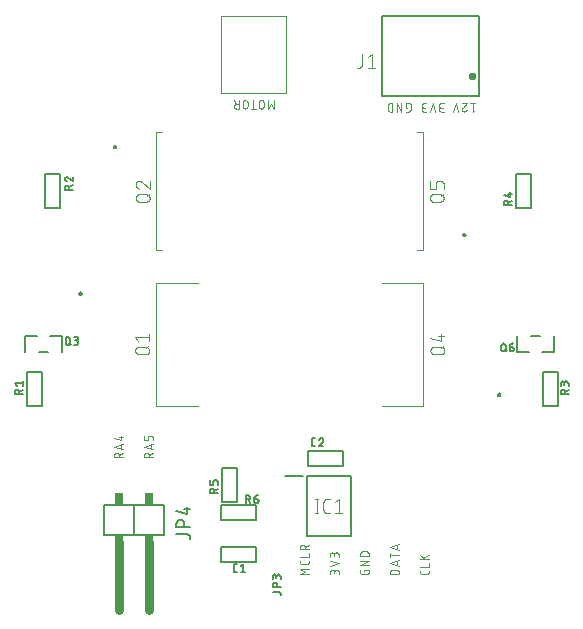
<source format=gbr>
G04 EAGLE Gerber RS-274X export*
G75*
%MOMM*%
%FSLAX34Y34*%
%LPD*%
%INSilkscreen Top*%
%IPPOS*%
%AMOC8*
5,1,8,0,0,1.08239X$1,22.5*%
G01*
%ADD10C,0.101600*%
%ADD11C,0.100000*%
%ADD12C,0.200000*%
%ADD13C,0.203200*%
%ADD14C,0.152400*%
%ADD15C,0.400000*%
%ADD16C,0.762000*%
%ADD17R,0.762000X0.508000*%
%ADD18R,0.762000X1.016000*%
%ADD19C,0.127000*%


D10*
X292862Y30988D02*
X292862Y32964D01*
X292860Y33051D01*
X292854Y33139D01*
X292845Y33226D01*
X292831Y33312D01*
X292814Y33398D01*
X292793Y33482D01*
X292768Y33566D01*
X292739Y33649D01*
X292707Y33730D01*
X292672Y33810D01*
X292633Y33888D01*
X292590Y33965D01*
X292544Y34039D01*
X292495Y34111D01*
X292443Y34181D01*
X292387Y34249D01*
X292329Y34314D01*
X292268Y34377D01*
X292204Y34436D01*
X292137Y34493D01*
X292069Y34547D01*
X291997Y34598D01*
X291924Y34645D01*
X291849Y34690D01*
X291771Y34731D01*
X291692Y34768D01*
X291612Y34802D01*
X291530Y34832D01*
X291447Y34859D01*
X291362Y34882D01*
X291277Y34901D01*
X291191Y34916D01*
X291104Y34928D01*
X291017Y34936D01*
X290930Y34940D01*
X290842Y34940D01*
X290755Y34936D01*
X290668Y34928D01*
X290581Y34916D01*
X290495Y34901D01*
X290410Y34882D01*
X290325Y34859D01*
X290242Y34832D01*
X290160Y34802D01*
X290080Y34768D01*
X290001Y34731D01*
X289923Y34690D01*
X289848Y34645D01*
X289775Y34598D01*
X289703Y34547D01*
X289635Y34493D01*
X289568Y34436D01*
X289504Y34377D01*
X289443Y34314D01*
X289385Y34249D01*
X289329Y34181D01*
X289277Y34111D01*
X289228Y34039D01*
X289182Y33965D01*
X289139Y33888D01*
X289100Y33810D01*
X289065Y33730D01*
X289033Y33649D01*
X289004Y33566D01*
X288979Y33482D01*
X288958Y33398D01*
X288941Y33312D01*
X288927Y33226D01*
X288918Y33139D01*
X288912Y33051D01*
X288910Y32964D01*
X285750Y33359D02*
X285750Y30988D01*
X285750Y33359D02*
X285752Y33438D01*
X285758Y33516D01*
X285768Y33594D01*
X285781Y33672D01*
X285799Y33749D01*
X285820Y33825D01*
X285845Y33899D01*
X285874Y33973D01*
X285906Y34045D01*
X285942Y34115D01*
X285982Y34183D01*
X286025Y34249D01*
X286071Y34313D01*
X286120Y34375D01*
X286172Y34434D01*
X286227Y34490D01*
X286285Y34544D01*
X286345Y34594D01*
X286408Y34642D01*
X286473Y34686D01*
X286540Y34727D01*
X286609Y34765D01*
X286680Y34799D01*
X286753Y34830D01*
X286827Y34857D01*
X286902Y34880D01*
X286978Y34899D01*
X287056Y34915D01*
X287134Y34927D01*
X287212Y34935D01*
X287291Y34939D01*
X287369Y34939D01*
X287448Y34935D01*
X287526Y34927D01*
X287604Y34915D01*
X287682Y34899D01*
X287758Y34880D01*
X287833Y34857D01*
X287907Y34830D01*
X287980Y34799D01*
X288051Y34765D01*
X288120Y34727D01*
X288187Y34686D01*
X288252Y34642D01*
X288315Y34594D01*
X288375Y34544D01*
X288433Y34490D01*
X288488Y34434D01*
X288540Y34375D01*
X288589Y34313D01*
X288635Y34249D01*
X288678Y34183D01*
X288718Y34115D01*
X288754Y34045D01*
X288786Y33973D01*
X288815Y33899D01*
X288840Y33825D01*
X288861Y33749D01*
X288879Y33672D01*
X288892Y33594D01*
X288902Y33516D01*
X288908Y33438D01*
X288910Y33359D01*
X288911Y33359D02*
X288911Y31778D01*
X285750Y37908D02*
X292862Y40279D01*
X285750Y42649D01*
X292862Y45618D02*
X292862Y47594D01*
X292860Y47681D01*
X292854Y47769D01*
X292845Y47856D01*
X292831Y47942D01*
X292814Y48028D01*
X292793Y48112D01*
X292768Y48196D01*
X292739Y48279D01*
X292707Y48360D01*
X292672Y48440D01*
X292633Y48518D01*
X292590Y48595D01*
X292544Y48669D01*
X292495Y48741D01*
X292443Y48811D01*
X292387Y48879D01*
X292329Y48944D01*
X292268Y49007D01*
X292204Y49066D01*
X292137Y49123D01*
X292069Y49177D01*
X291997Y49228D01*
X291924Y49275D01*
X291849Y49320D01*
X291771Y49361D01*
X291692Y49398D01*
X291612Y49432D01*
X291530Y49462D01*
X291447Y49489D01*
X291362Y49512D01*
X291277Y49531D01*
X291191Y49546D01*
X291104Y49558D01*
X291017Y49566D01*
X290930Y49570D01*
X290842Y49570D01*
X290755Y49566D01*
X290668Y49558D01*
X290581Y49546D01*
X290495Y49531D01*
X290410Y49512D01*
X290325Y49489D01*
X290242Y49462D01*
X290160Y49432D01*
X290080Y49398D01*
X290001Y49361D01*
X289923Y49320D01*
X289848Y49275D01*
X289775Y49228D01*
X289703Y49177D01*
X289635Y49123D01*
X289568Y49066D01*
X289504Y49007D01*
X289443Y48944D01*
X289385Y48879D01*
X289329Y48811D01*
X289277Y48741D01*
X289228Y48669D01*
X289182Y48595D01*
X289139Y48518D01*
X289100Y48440D01*
X289065Y48360D01*
X289033Y48279D01*
X289004Y48196D01*
X288979Y48112D01*
X288958Y48028D01*
X288941Y47942D01*
X288927Y47856D01*
X288918Y47769D01*
X288912Y47681D01*
X288910Y47594D01*
X285750Y47989D02*
X285750Y45618D01*
X285750Y47989D02*
X285752Y48068D01*
X285758Y48146D01*
X285768Y48224D01*
X285781Y48302D01*
X285799Y48379D01*
X285820Y48455D01*
X285845Y48529D01*
X285874Y48603D01*
X285906Y48675D01*
X285942Y48745D01*
X285982Y48813D01*
X286025Y48879D01*
X286071Y48943D01*
X286120Y49005D01*
X286172Y49064D01*
X286227Y49120D01*
X286285Y49174D01*
X286345Y49224D01*
X286408Y49272D01*
X286473Y49316D01*
X286540Y49357D01*
X286609Y49395D01*
X286680Y49429D01*
X286753Y49460D01*
X286827Y49487D01*
X286902Y49510D01*
X286978Y49529D01*
X287056Y49545D01*
X287134Y49557D01*
X287212Y49565D01*
X287291Y49569D01*
X287369Y49569D01*
X287448Y49565D01*
X287526Y49557D01*
X287604Y49545D01*
X287682Y49529D01*
X287758Y49510D01*
X287833Y49487D01*
X287907Y49460D01*
X287980Y49429D01*
X288051Y49395D01*
X288120Y49357D01*
X288187Y49316D01*
X288252Y49272D01*
X288315Y49224D01*
X288375Y49174D01*
X288433Y49120D01*
X288488Y49064D01*
X288540Y49005D01*
X288589Y48943D01*
X288635Y48879D01*
X288678Y48813D01*
X288718Y48745D01*
X288754Y48675D01*
X288786Y48603D01*
X288815Y48529D01*
X288840Y48455D01*
X288861Y48379D01*
X288879Y48302D01*
X288892Y48224D01*
X288902Y48146D01*
X288908Y48068D01*
X288910Y47989D01*
X288911Y47989D02*
X288911Y46409D01*
X314311Y34939D02*
X314311Y33754D01*
X314311Y34939D02*
X318262Y34939D01*
X318262Y32568D01*
X318260Y32490D01*
X318254Y32413D01*
X318245Y32336D01*
X318232Y32260D01*
X318215Y32184D01*
X318194Y32109D01*
X318170Y32036D01*
X318142Y31963D01*
X318110Y31892D01*
X318075Y31823D01*
X318037Y31756D01*
X317996Y31690D01*
X317951Y31627D01*
X317903Y31566D01*
X317853Y31507D01*
X317799Y31451D01*
X317743Y31397D01*
X317684Y31347D01*
X317623Y31299D01*
X317560Y31254D01*
X317494Y31213D01*
X317427Y31175D01*
X317358Y31140D01*
X317287Y31108D01*
X317214Y31080D01*
X317141Y31056D01*
X317066Y31035D01*
X316990Y31018D01*
X316914Y31005D01*
X316837Y30996D01*
X316760Y30990D01*
X316682Y30988D01*
X312730Y30988D01*
X312652Y30990D01*
X312575Y30996D01*
X312498Y31005D01*
X312422Y31018D01*
X312346Y31035D01*
X312271Y31056D01*
X312197Y31080D01*
X312125Y31108D01*
X312054Y31140D01*
X311985Y31175D01*
X311917Y31213D01*
X311852Y31254D01*
X311788Y31299D01*
X311727Y31347D01*
X311668Y31398D01*
X311612Y31451D01*
X311559Y31507D01*
X311508Y31566D01*
X311460Y31627D01*
X311415Y31691D01*
X311374Y31756D01*
X311336Y31824D01*
X311301Y31893D01*
X311269Y31964D01*
X311241Y32036D01*
X311217Y32110D01*
X311196Y32185D01*
X311179Y32261D01*
X311166Y32337D01*
X311157Y32414D01*
X311151Y32491D01*
X311149Y32569D01*
X311150Y32568D02*
X311150Y34939D01*
X311150Y38791D02*
X318262Y38791D01*
X318262Y42742D02*
X311150Y38791D01*
X311150Y42742D02*
X318262Y42742D01*
X318262Y46594D02*
X311150Y46594D01*
X311150Y48569D01*
X311152Y48655D01*
X311158Y48741D01*
X311167Y48827D01*
X311180Y48912D01*
X311197Y48997D01*
X311217Y49080D01*
X311241Y49163D01*
X311269Y49245D01*
X311300Y49325D01*
X311335Y49404D01*
X311373Y49481D01*
X311415Y49557D01*
X311459Y49631D01*
X311507Y49702D01*
X311558Y49772D01*
X311612Y49839D01*
X311669Y49904D01*
X311729Y49966D01*
X311791Y50026D01*
X311856Y50083D01*
X311923Y50137D01*
X311993Y50188D01*
X312064Y50236D01*
X312138Y50280D01*
X312214Y50322D01*
X312291Y50360D01*
X312370Y50395D01*
X312450Y50426D01*
X312532Y50454D01*
X312615Y50478D01*
X312698Y50498D01*
X312783Y50515D01*
X312868Y50528D01*
X312954Y50537D01*
X313040Y50543D01*
X313126Y50545D01*
X316286Y50545D01*
X316372Y50543D01*
X316458Y50537D01*
X316544Y50528D01*
X316629Y50515D01*
X316714Y50498D01*
X316797Y50478D01*
X316880Y50454D01*
X316962Y50426D01*
X317042Y50395D01*
X317121Y50360D01*
X317198Y50322D01*
X317274Y50280D01*
X317348Y50236D01*
X317419Y50188D01*
X317489Y50137D01*
X317556Y50083D01*
X317621Y50026D01*
X317683Y49966D01*
X317743Y49904D01*
X317800Y49839D01*
X317854Y49772D01*
X317905Y49702D01*
X317953Y49631D01*
X317997Y49557D01*
X318039Y49481D01*
X318077Y49404D01*
X318112Y49325D01*
X318143Y49245D01*
X318171Y49163D01*
X318195Y49080D01*
X318215Y48997D01*
X318232Y48912D01*
X318245Y48827D01*
X318254Y48741D01*
X318260Y48655D01*
X318262Y48569D01*
X318262Y46594D01*
X336550Y30988D02*
X343662Y30988D01*
X336550Y30988D02*
X336550Y32964D01*
X336552Y33050D01*
X336558Y33136D01*
X336567Y33222D01*
X336580Y33307D01*
X336597Y33392D01*
X336617Y33475D01*
X336641Y33558D01*
X336669Y33640D01*
X336700Y33720D01*
X336735Y33799D01*
X336773Y33876D01*
X336815Y33952D01*
X336859Y34026D01*
X336907Y34097D01*
X336958Y34167D01*
X337012Y34234D01*
X337069Y34299D01*
X337129Y34361D01*
X337191Y34421D01*
X337256Y34478D01*
X337323Y34532D01*
X337393Y34583D01*
X337464Y34631D01*
X337538Y34675D01*
X337614Y34717D01*
X337691Y34755D01*
X337770Y34790D01*
X337850Y34821D01*
X337932Y34849D01*
X338015Y34873D01*
X338098Y34893D01*
X338183Y34910D01*
X338268Y34923D01*
X338354Y34932D01*
X338440Y34938D01*
X338526Y34940D01*
X338526Y34939D02*
X341686Y34939D01*
X341686Y34940D02*
X341772Y34938D01*
X341858Y34932D01*
X341944Y34923D01*
X342029Y34910D01*
X342114Y34893D01*
X342197Y34873D01*
X342280Y34849D01*
X342362Y34821D01*
X342442Y34790D01*
X342521Y34755D01*
X342598Y34717D01*
X342674Y34675D01*
X342748Y34631D01*
X342819Y34583D01*
X342889Y34532D01*
X342956Y34478D01*
X343021Y34421D01*
X343083Y34361D01*
X343143Y34299D01*
X343200Y34234D01*
X343254Y34167D01*
X343305Y34097D01*
X343353Y34026D01*
X343397Y33952D01*
X343439Y33876D01*
X343477Y33799D01*
X343512Y33720D01*
X343543Y33640D01*
X343571Y33558D01*
X343595Y33475D01*
X343615Y33392D01*
X343632Y33307D01*
X343645Y33222D01*
X343654Y33136D01*
X343660Y33050D01*
X343662Y32964D01*
X343662Y30988D01*
X343662Y38152D02*
X336550Y40523D01*
X343662Y42893D01*
X341884Y42301D02*
X341884Y38745D01*
X343662Y47350D02*
X336550Y47350D01*
X336550Y45375D02*
X336550Y49326D01*
X336550Y54178D02*
X343662Y51807D01*
X343662Y56548D02*
X336550Y54178D01*
X341884Y55956D02*
X341884Y52400D01*
X369062Y34149D02*
X369062Y32568D01*
X369060Y32490D01*
X369054Y32413D01*
X369045Y32336D01*
X369032Y32260D01*
X369015Y32184D01*
X368994Y32109D01*
X368970Y32036D01*
X368942Y31963D01*
X368910Y31892D01*
X368875Y31823D01*
X368837Y31756D01*
X368796Y31690D01*
X368751Y31627D01*
X368703Y31566D01*
X368653Y31507D01*
X368599Y31451D01*
X368543Y31397D01*
X368484Y31347D01*
X368423Y31299D01*
X368360Y31254D01*
X368294Y31213D01*
X368227Y31175D01*
X368158Y31140D01*
X368087Y31108D01*
X368014Y31080D01*
X367941Y31056D01*
X367866Y31035D01*
X367790Y31018D01*
X367714Y31005D01*
X367637Y30996D01*
X367560Y30990D01*
X367482Y30988D01*
X363530Y30988D01*
X363452Y30990D01*
X363375Y30996D01*
X363298Y31005D01*
X363222Y31018D01*
X363146Y31035D01*
X363071Y31056D01*
X362997Y31080D01*
X362925Y31108D01*
X362854Y31140D01*
X362785Y31175D01*
X362717Y31213D01*
X362652Y31254D01*
X362588Y31299D01*
X362527Y31347D01*
X362468Y31398D01*
X362412Y31451D01*
X362359Y31507D01*
X362308Y31566D01*
X362260Y31627D01*
X362215Y31691D01*
X362174Y31756D01*
X362136Y31824D01*
X362101Y31893D01*
X362069Y31964D01*
X362041Y32036D01*
X362017Y32110D01*
X361996Y32185D01*
X361979Y32261D01*
X361966Y32337D01*
X361957Y32414D01*
X361951Y32491D01*
X361949Y32569D01*
X361950Y32568D02*
X361950Y34149D01*
X361950Y37374D02*
X369062Y37374D01*
X369062Y40534D01*
X369062Y43834D02*
X361950Y43834D01*
X361950Y47785D02*
X366296Y43834D01*
X364716Y45414D02*
X369062Y47785D01*
X267462Y30988D02*
X260350Y30988D01*
X264301Y33359D01*
X260350Y35729D01*
X267462Y35729D01*
X267462Y40983D02*
X267462Y42563D01*
X267462Y40983D02*
X267460Y40905D01*
X267454Y40828D01*
X267445Y40751D01*
X267432Y40675D01*
X267415Y40599D01*
X267394Y40524D01*
X267370Y40451D01*
X267342Y40378D01*
X267310Y40307D01*
X267275Y40238D01*
X267237Y40171D01*
X267196Y40105D01*
X267151Y40042D01*
X267103Y39981D01*
X267053Y39922D01*
X266999Y39866D01*
X266943Y39812D01*
X266884Y39762D01*
X266823Y39714D01*
X266760Y39669D01*
X266694Y39628D01*
X266627Y39590D01*
X266558Y39555D01*
X266487Y39523D01*
X266414Y39495D01*
X266341Y39471D01*
X266266Y39450D01*
X266190Y39433D01*
X266114Y39420D01*
X266037Y39411D01*
X265960Y39405D01*
X265882Y39403D01*
X261930Y39403D01*
X261930Y39402D02*
X261852Y39404D01*
X261775Y39410D01*
X261698Y39419D01*
X261622Y39432D01*
X261546Y39449D01*
X261471Y39470D01*
X261397Y39494D01*
X261325Y39522D01*
X261254Y39554D01*
X261185Y39589D01*
X261117Y39627D01*
X261052Y39668D01*
X260988Y39713D01*
X260927Y39761D01*
X260868Y39812D01*
X260812Y39865D01*
X260759Y39921D01*
X260708Y39980D01*
X260660Y40041D01*
X260615Y40105D01*
X260574Y40170D01*
X260536Y40238D01*
X260501Y40307D01*
X260469Y40378D01*
X260441Y40450D01*
X260417Y40524D01*
X260396Y40599D01*
X260379Y40675D01*
X260366Y40751D01*
X260357Y40828D01*
X260351Y40905D01*
X260349Y40983D01*
X260350Y40983D02*
X260350Y42563D01*
X260350Y45788D02*
X267462Y45788D01*
X267462Y48949D01*
X267462Y52170D02*
X260350Y52170D01*
X260350Y54145D01*
X260352Y54232D01*
X260358Y54320D01*
X260367Y54407D01*
X260381Y54493D01*
X260398Y54579D01*
X260419Y54663D01*
X260444Y54747D01*
X260473Y54830D01*
X260505Y54911D01*
X260540Y54991D01*
X260579Y55069D01*
X260622Y55146D01*
X260668Y55220D01*
X260717Y55292D01*
X260769Y55362D01*
X260825Y55430D01*
X260883Y55495D01*
X260944Y55558D01*
X261008Y55617D01*
X261075Y55674D01*
X261143Y55728D01*
X261215Y55779D01*
X261288Y55826D01*
X261363Y55871D01*
X261441Y55912D01*
X261520Y55949D01*
X261600Y55983D01*
X261682Y56013D01*
X261765Y56040D01*
X261850Y56063D01*
X261935Y56082D01*
X262021Y56097D01*
X262108Y56109D01*
X262195Y56117D01*
X262282Y56121D01*
X262370Y56121D01*
X262457Y56117D01*
X262544Y56109D01*
X262631Y56097D01*
X262717Y56082D01*
X262802Y56063D01*
X262887Y56040D01*
X262970Y56013D01*
X263052Y55983D01*
X263132Y55949D01*
X263211Y55912D01*
X263289Y55871D01*
X263364Y55826D01*
X263437Y55779D01*
X263509Y55728D01*
X263577Y55674D01*
X263644Y55617D01*
X263708Y55558D01*
X263769Y55495D01*
X263827Y55430D01*
X263883Y55362D01*
X263935Y55292D01*
X263984Y55220D01*
X264030Y55146D01*
X264073Y55069D01*
X264112Y54991D01*
X264147Y54911D01*
X264179Y54830D01*
X264208Y54747D01*
X264233Y54663D01*
X264254Y54579D01*
X264271Y54493D01*
X264285Y54407D01*
X264294Y54320D01*
X264300Y54232D01*
X264302Y54145D01*
X264301Y54145D02*
X264301Y52170D01*
X264301Y54540D02*
X267462Y56121D01*
X109982Y130048D02*
X102870Y130048D01*
X102870Y132024D01*
X102872Y132111D01*
X102878Y132199D01*
X102887Y132286D01*
X102901Y132372D01*
X102918Y132458D01*
X102939Y132542D01*
X102964Y132626D01*
X102993Y132709D01*
X103025Y132790D01*
X103060Y132870D01*
X103099Y132948D01*
X103142Y133025D01*
X103188Y133099D01*
X103237Y133171D01*
X103289Y133241D01*
X103345Y133309D01*
X103403Y133374D01*
X103464Y133437D01*
X103528Y133496D01*
X103595Y133553D01*
X103663Y133607D01*
X103735Y133658D01*
X103808Y133705D01*
X103883Y133750D01*
X103961Y133791D01*
X104040Y133828D01*
X104120Y133862D01*
X104202Y133892D01*
X104285Y133919D01*
X104370Y133942D01*
X104455Y133961D01*
X104541Y133976D01*
X104628Y133988D01*
X104715Y133996D01*
X104802Y134000D01*
X104890Y134000D01*
X104977Y133996D01*
X105064Y133988D01*
X105151Y133976D01*
X105237Y133961D01*
X105322Y133942D01*
X105407Y133919D01*
X105490Y133892D01*
X105572Y133862D01*
X105652Y133828D01*
X105731Y133791D01*
X105809Y133750D01*
X105884Y133705D01*
X105957Y133658D01*
X106029Y133607D01*
X106097Y133553D01*
X106164Y133496D01*
X106228Y133437D01*
X106289Y133374D01*
X106347Y133309D01*
X106403Y133241D01*
X106455Y133171D01*
X106504Y133099D01*
X106550Y133025D01*
X106593Y132948D01*
X106632Y132870D01*
X106667Y132790D01*
X106699Y132709D01*
X106728Y132626D01*
X106753Y132542D01*
X106774Y132458D01*
X106791Y132372D01*
X106805Y132286D01*
X106814Y132199D01*
X106820Y132111D01*
X106822Y132024D01*
X106821Y132024D02*
X106821Y130048D01*
X106821Y132419D02*
X109982Y133999D01*
X109982Y136908D02*
X102870Y139278D01*
X109982Y141649D01*
X108204Y141056D02*
X108204Y137500D01*
X108402Y144618D02*
X102870Y146198D01*
X108402Y144618D02*
X108402Y148569D01*
X106821Y147384D02*
X109982Y147384D01*
X128270Y130048D02*
X135382Y130048D01*
X128270Y130048D02*
X128270Y132024D01*
X128272Y132111D01*
X128278Y132199D01*
X128287Y132286D01*
X128301Y132372D01*
X128318Y132458D01*
X128339Y132542D01*
X128364Y132626D01*
X128393Y132709D01*
X128425Y132790D01*
X128460Y132870D01*
X128499Y132948D01*
X128542Y133025D01*
X128588Y133099D01*
X128637Y133171D01*
X128689Y133241D01*
X128745Y133309D01*
X128803Y133374D01*
X128864Y133437D01*
X128928Y133496D01*
X128995Y133553D01*
X129063Y133607D01*
X129135Y133658D01*
X129208Y133705D01*
X129283Y133750D01*
X129361Y133791D01*
X129440Y133828D01*
X129520Y133862D01*
X129602Y133892D01*
X129685Y133919D01*
X129770Y133942D01*
X129855Y133961D01*
X129941Y133976D01*
X130028Y133988D01*
X130115Y133996D01*
X130202Y134000D01*
X130290Y134000D01*
X130377Y133996D01*
X130464Y133988D01*
X130551Y133976D01*
X130637Y133961D01*
X130722Y133942D01*
X130807Y133919D01*
X130890Y133892D01*
X130972Y133862D01*
X131052Y133828D01*
X131131Y133791D01*
X131209Y133750D01*
X131284Y133705D01*
X131357Y133658D01*
X131429Y133607D01*
X131497Y133553D01*
X131564Y133496D01*
X131628Y133437D01*
X131689Y133374D01*
X131747Y133309D01*
X131803Y133241D01*
X131855Y133171D01*
X131904Y133099D01*
X131950Y133025D01*
X131993Y132948D01*
X132032Y132870D01*
X132067Y132790D01*
X132099Y132709D01*
X132128Y132626D01*
X132153Y132542D01*
X132174Y132458D01*
X132191Y132372D01*
X132205Y132286D01*
X132214Y132199D01*
X132220Y132111D01*
X132222Y132024D01*
X132221Y132024D02*
X132221Y130048D01*
X132221Y132419D02*
X135382Y133999D01*
X135382Y136908D02*
X128270Y139278D01*
X135382Y141649D01*
X133604Y141056D02*
X133604Y137500D01*
X135382Y144618D02*
X135382Y146989D01*
X135380Y147067D01*
X135374Y147144D01*
X135365Y147221D01*
X135352Y147297D01*
X135335Y147373D01*
X135314Y147448D01*
X135290Y147521D01*
X135262Y147594D01*
X135230Y147665D01*
X135195Y147734D01*
X135157Y147801D01*
X135116Y147867D01*
X135071Y147930D01*
X135023Y147991D01*
X134973Y148050D01*
X134919Y148106D01*
X134863Y148160D01*
X134804Y148210D01*
X134743Y148258D01*
X134680Y148303D01*
X134614Y148344D01*
X134547Y148382D01*
X134478Y148417D01*
X134407Y148449D01*
X134334Y148477D01*
X134261Y148501D01*
X134186Y148522D01*
X134110Y148539D01*
X134034Y148552D01*
X133957Y148561D01*
X133880Y148567D01*
X133802Y148569D01*
X133011Y148569D01*
X132933Y148567D01*
X132856Y148561D01*
X132779Y148552D01*
X132703Y148539D01*
X132627Y148522D01*
X132552Y148501D01*
X132479Y148477D01*
X132406Y148449D01*
X132335Y148417D01*
X132266Y148382D01*
X132199Y148344D01*
X132133Y148303D01*
X132070Y148258D01*
X132009Y148210D01*
X131950Y148160D01*
X131894Y148106D01*
X131840Y148050D01*
X131790Y147991D01*
X131742Y147930D01*
X131697Y147867D01*
X131656Y147801D01*
X131618Y147734D01*
X131583Y147665D01*
X131551Y147594D01*
X131523Y147521D01*
X131499Y147448D01*
X131478Y147373D01*
X131461Y147297D01*
X131448Y147221D01*
X131439Y147144D01*
X131433Y147067D01*
X131431Y146989D01*
X131431Y144618D01*
X128270Y144618D01*
X128270Y148569D01*
X349871Y426071D02*
X351056Y426071D01*
X349871Y426071D02*
X349871Y430022D01*
X352242Y430022D01*
X352320Y430020D01*
X352397Y430014D01*
X352474Y430005D01*
X352550Y429992D01*
X352626Y429975D01*
X352701Y429954D01*
X352774Y429930D01*
X352847Y429902D01*
X352918Y429870D01*
X352987Y429835D01*
X353054Y429797D01*
X353120Y429756D01*
X353183Y429711D01*
X353244Y429663D01*
X353303Y429613D01*
X353359Y429559D01*
X353413Y429503D01*
X353463Y429444D01*
X353511Y429383D01*
X353556Y429320D01*
X353597Y429254D01*
X353635Y429187D01*
X353670Y429118D01*
X353702Y429047D01*
X353730Y428974D01*
X353754Y428901D01*
X353775Y428826D01*
X353792Y428750D01*
X353805Y428674D01*
X353814Y428597D01*
X353820Y428520D01*
X353822Y428442D01*
X353822Y424490D01*
X353823Y424490D02*
X353821Y424412D01*
X353815Y424335D01*
X353806Y424258D01*
X353793Y424182D01*
X353776Y424106D01*
X353755Y424031D01*
X353731Y423957D01*
X353703Y423885D01*
X353671Y423814D01*
X353636Y423745D01*
X353598Y423677D01*
X353557Y423612D01*
X353512Y423548D01*
X353464Y423487D01*
X353413Y423428D01*
X353360Y423372D01*
X353304Y423319D01*
X353245Y423268D01*
X353184Y423220D01*
X353120Y423175D01*
X353055Y423134D01*
X352987Y423096D01*
X352918Y423061D01*
X352847Y423029D01*
X352775Y423001D01*
X352701Y422977D01*
X352626Y422956D01*
X352550Y422939D01*
X352474Y422926D01*
X352397Y422917D01*
X352320Y422911D01*
X352242Y422909D01*
X352242Y422910D02*
X349871Y422910D01*
X346019Y422910D02*
X346019Y430022D01*
X342068Y430022D02*
X346019Y422910D01*
X342068Y422910D02*
X342068Y430022D01*
X338216Y430022D02*
X338216Y422910D01*
X336241Y422910D01*
X336155Y422912D01*
X336069Y422918D01*
X335983Y422927D01*
X335898Y422940D01*
X335813Y422957D01*
X335730Y422977D01*
X335647Y423001D01*
X335565Y423029D01*
X335485Y423060D01*
X335406Y423095D01*
X335329Y423133D01*
X335253Y423175D01*
X335179Y423219D01*
X335108Y423267D01*
X335038Y423318D01*
X334971Y423372D01*
X334906Y423429D01*
X334844Y423489D01*
X334784Y423551D01*
X334727Y423616D01*
X334673Y423683D01*
X334622Y423753D01*
X334574Y423824D01*
X334530Y423898D01*
X334488Y423974D01*
X334450Y424051D01*
X334415Y424130D01*
X334384Y424210D01*
X334356Y424292D01*
X334332Y424375D01*
X334312Y424458D01*
X334295Y424543D01*
X334282Y424628D01*
X334273Y424714D01*
X334267Y424800D01*
X334265Y424886D01*
X334265Y428046D01*
X334267Y428132D01*
X334273Y428218D01*
X334282Y428304D01*
X334295Y428389D01*
X334312Y428474D01*
X334332Y428557D01*
X334356Y428640D01*
X334384Y428722D01*
X334415Y428802D01*
X334450Y428881D01*
X334488Y428958D01*
X334530Y429034D01*
X334574Y429108D01*
X334622Y429179D01*
X334673Y429249D01*
X334727Y429316D01*
X334784Y429381D01*
X334844Y429443D01*
X334906Y429503D01*
X334971Y429560D01*
X335038Y429614D01*
X335108Y429665D01*
X335179Y429713D01*
X335253Y429757D01*
X335329Y429799D01*
X335406Y429837D01*
X335485Y429872D01*
X335565Y429903D01*
X335647Y429931D01*
X335730Y429955D01*
X335813Y429975D01*
X335898Y429992D01*
X335983Y430005D01*
X336069Y430014D01*
X336155Y430020D01*
X336241Y430022D01*
X338216Y430022D01*
X379786Y430022D02*
X381762Y430022D01*
X379786Y430022D02*
X379699Y430020D01*
X379611Y430014D01*
X379524Y430005D01*
X379438Y429991D01*
X379352Y429974D01*
X379268Y429953D01*
X379184Y429928D01*
X379101Y429899D01*
X379020Y429867D01*
X378940Y429832D01*
X378862Y429793D01*
X378785Y429750D01*
X378711Y429704D01*
X378639Y429655D01*
X378569Y429603D01*
X378501Y429547D01*
X378436Y429489D01*
X378373Y429428D01*
X378314Y429364D01*
X378257Y429297D01*
X378203Y429229D01*
X378152Y429157D01*
X378105Y429084D01*
X378060Y429009D01*
X378019Y428931D01*
X377982Y428852D01*
X377948Y428772D01*
X377918Y428690D01*
X377891Y428607D01*
X377868Y428522D01*
X377849Y428437D01*
X377834Y428351D01*
X377822Y428264D01*
X377814Y428177D01*
X377810Y428090D01*
X377810Y428002D01*
X377814Y427915D01*
X377822Y427828D01*
X377834Y427741D01*
X377849Y427655D01*
X377868Y427570D01*
X377891Y427485D01*
X377918Y427402D01*
X377948Y427320D01*
X377982Y427240D01*
X378019Y427161D01*
X378060Y427083D01*
X378105Y427008D01*
X378152Y426935D01*
X378203Y426863D01*
X378257Y426795D01*
X378314Y426728D01*
X378373Y426664D01*
X378436Y426603D01*
X378501Y426545D01*
X378569Y426489D01*
X378639Y426437D01*
X378711Y426388D01*
X378785Y426342D01*
X378862Y426299D01*
X378940Y426260D01*
X379020Y426225D01*
X379101Y426193D01*
X379184Y426164D01*
X379268Y426139D01*
X379352Y426118D01*
X379438Y426101D01*
X379524Y426087D01*
X379611Y426078D01*
X379699Y426072D01*
X379786Y426070D01*
X379391Y422910D02*
X381762Y422910D01*
X379391Y422910D02*
X379312Y422912D01*
X379234Y422918D01*
X379156Y422928D01*
X379078Y422941D01*
X379001Y422959D01*
X378925Y422980D01*
X378851Y423005D01*
X378777Y423034D01*
X378705Y423066D01*
X378635Y423102D01*
X378567Y423142D01*
X378501Y423185D01*
X378437Y423231D01*
X378375Y423280D01*
X378316Y423332D01*
X378260Y423387D01*
X378206Y423445D01*
X378156Y423505D01*
X378108Y423568D01*
X378064Y423633D01*
X378023Y423700D01*
X377985Y423769D01*
X377951Y423840D01*
X377920Y423913D01*
X377893Y423987D01*
X377870Y424062D01*
X377851Y424138D01*
X377835Y424216D01*
X377823Y424294D01*
X377815Y424372D01*
X377811Y424451D01*
X377811Y424529D01*
X377815Y424608D01*
X377823Y424686D01*
X377835Y424764D01*
X377851Y424842D01*
X377870Y424918D01*
X377893Y424993D01*
X377920Y425067D01*
X377951Y425140D01*
X377985Y425211D01*
X378023Y425280D01*
X378064Y425347D01*
X378108Y425412D01*
X378156Y425475D01*
X378206Y425535D01*
X378260Y425593D01*
X378316Y425648D01*
X378375Y425700D01*
X378437Y425749D01*
X378501Y425795D01*
X378567Y425838D01*
X378635Y425878D01*
X378705Y425914D01*
X378777Y425946D01*
X378851Y425975D01*
X378925Y426000D01*
X379001Y426021D01*
X379078Y426039D01*
X379156Y426052D01*
X379234Y426062D01*
X379312Y426068D01*
X379391Y426070D01*
X379391Y426071D02*
X380972Y426071D01*
X374842Y422910D02*
X372471Y430022D01*
X370101Y422910D01*
X367132Y430022D02*
X365156Y430022D01*
X365069Y430020D01*
X364981Y430014D01*
X364894Y430005D01*
X364808Y429991D01*
X364722Y429974D01*
X364638Y429953D01*
X364554Y429928D01*
X364471Y429899D01*
X364390Y429867D01*
X364310Y429832D01*
X364232Y429793D01*
X364155Y429750D01*
X364081Y429704D01*
X364009Y429655D01*
X363939Y429603D01*
X363871Y429547D01*
X363806Y429489D01*
X363743Y429428D01*
X363684Y429364D01*
X363627Y429297D01*
X363573Y429229D01*
X363522Y429157D01*
X363475Y429084D01*
X363430Y429009D01*
X363389Y428931D01*
X363352Y428852D01*
X363318Y428772D01*
X363288Y428690D01*
X363261Y428607D01*
X363238Y428522D01*
X363219Y428437D01*
X363204Y428351D01*
X363192Y428264D01*
X363184Y428177D01*
X363180Y428090D01*
X363180Y428002D01*
X363184Y427915D01*
X363192Y427828D01*
X363204Y427741D01*
X363219Y427655D01*
X363238Y427570D01*
X363261Y427485D01*
X363288Y427402D01*
X363318Y427320D01*
X363352Y427240D01*
X363389Y427161D01*
X363430Y427083D01*
X363475Y427008D01*
X363522Y426935D01*
X363573Y426863D01*
X363627Y426795D01*
X363684Y426728D01*
X363743Y426664D01*
X363806Y426603D01*
X363871Y426545D01*
X363939Y426489D01*
X364009Y426437D01*
X364081Y426388D01*
X364155Y426342D01*
X364232Y426299D01*
X364310Y426260D01*
X364390Y426225D01*
X364471Y426193D01*
X364554Y426164D01*
X364638Y426139D01*
X364722Y426118D01*
X364808Y426101D01*
X364894Y426087D01*
X364981Y426078D01*
X365069Y426072D01*
X365156Y426070D01*
X364761Y422910D02*
X367132Y422910D01*
X364761Y422910D02*
X364682Y422912D01*
X364604Y422918D01*
X364526Y422928D01*
X364448Y422941D01*
X364371Y422959D01*
X364295Y422980D01*
X364221Y423005D01*
X364147Y423034D01*
X364075Y423066D01*
X364005Y423102D01*
X363937Y423142D01*
X363871Y423185D01*
X363807Y423231D01*
X363745Y423280D01*
X363686Y423332D01*
X363630Y423387D01*
X363576Y423445D01*
X363526Y423505D01*
X363478Y423568D01*
X363434Y423633D01*
X363393Y423700D01*
X363355Y423769D01*
X363321Y423840D01*
X363290Y423913D01*
X363263Y423987D01*
X363240Y424062D01*
X363221Y424138D01*
X363205Y424216D01*
X363193Y424294D01*
X363185Y424372D01*
X363181Y424451D01*
X363181Y424529D01*
X363185Y424608D01*
X363193Y424686D01*
X363205Y424764D01*
X363221Y424842D01*
X363240Y424918D01*
X363263Y424993D01*
X363290Y425067D01*
X363321Y425140D01*
X363355Y425211D01*
X363393Y425280D01*
X363434Y425347D01*
X363478Y425412D01*
X363526Y425475D01*
X363576Y425535D01*
X363630Y425593D01*
X363686Y425648D01*
X363745Y425700D01*
X363807Y425749D01*
X363871Y425795D01*
X363937Y425838D01*
X364005Y425878D01*
X364075Y425914D01*
X364147Y425946D01*
X364221Y425975D01*
X364295Y426000D01*
X364371Y426021D01*
X364448Y426039D01*
X364526Y426052D01*
X364604Y426062D01*
X364682Y426068D01*
X364761Y426070D01*
X364761Y426071D02*
X366341Y426071D01*
X406456Y422910D02*
X408432Y424490D01*
X406456Y422910D02*
X406456Y430022D01*
X404481Y430022D02*
X408432Y430022D01*
X398944Y422910D02*
X398862Y422912D01*
X398780Y422918D01*
X398698Y422927D01*
X398617Y422940D01*
X398537Y422957D01*
X398457Y422978D01*
X398379Y423002D01*
X398302Y423030D01*
X398226Y423061D01*
X398151Y423096D01*
X398079Y423135D01*
X398008Y423176D01*
X397939Y423221D01*
X397873Y423269D01*
X397808Y423320D01*
X397746Y423374D01*
X397687Y423431D01*
X397630Y423490D01*
X397576Y423552D01*
X397525Y423617D01*
X397477Y423683D01*
X397432Y423752D01*
X397391Y423823D01*
X397352Y423895D01*
X397317Y423970D01*
X397286Y424046D01*
X397258Y424123D01*
X397234Y424201D01*
X397213Y424281D01*
X397196Y424361D01*
X397183Y424442D01*
X397174Y424524D01*
X397168Y424606D01*
X397166Y424688D01*
X398944Y422910D02*
X399037Y422912D01*
X399129Y422918D01*
X399221Y422927D01*
X399313Y422940D01*
X399404Y422957D01*
X399494Y422977D01*
X399584Y423001D01*
X399672Y423029D01*
X399760Y423061D01*
X399845Y423095D01*
X399930Y423134D01*
X400013Y423175D01*
X400094Y423220D01*
X400173Y423269D01*
X400250Y423320D01*
X400325Y423375D01*
X400397Y423432D01*
X400468Y423492D01*
X400535Y423556D01*
X400600Y423621D01*
X400663Y423690D01*
X400722Y423761D01*
X400779Y423834D01*
X400833Y423910D01*
X400883Y423987D01*
X400931Y424067D01*
X400975Y424149D01*
X401015Y424232D01*
X401053Y424317D01*
X401087Y424403D01*
X401117Y424490D01*
X397758Y426071D02*
X397697Y426010D01*
X397639Y425947D01*
X397584Y425881D01*
X397531Y425813D01*
X397482Y425742D01*
X397437Y425670D01*
X397394Y425595D01*
X397355Y425519D01*
X397319Y425440D01*
X397287Y425361D01*
X397259Y425280D01*
X397234Y425197D01*
X397213Y425114D01*
X397196Y425030D01*
X397182Y424945D01*
X397173Y424860D01*
X397167Y424774D01*
X397165Y424688D01*
X397758Y426071D02*
X401117Y430022D01*
X397166Y430022D01*
X391826Y430022D02*
X394197Y422910D01*
X389455Y422910D02*
X391826Y430022D01*
D11*
X173390Y278130D02*
X138390Y278130D01*
X138390Y173990D01*
X173390Y173990D01*
D12*
X74230Y267840D02*
X74168Y267842D01*
X74107Y267848D01*
X74046Y267857D01*
X73986Y267870D01*
X73927Y267887D01*
X73869Y267908D01*
X73812Y267932D01*
X73757Y267959D01*
X73704Y267990D01*
X73652Y268024D01*
X73603Y268061D01*
X73556Y268101D01*
X73512Y268144D01*
X73471Y268189D01*
X73432Y268237D01*
X73396Y268288D01*
X73364Y268340D01*
X73335Y268394D01*
X73309Y268450D01*
X73287Y268508D01*
X73268Y268566D01*
X73253Y268626D01*
X73242Y268687D01*
X73234Y268748D01*
X73230Y268809D01*
X73230Y268871D01*
X73234Y268932D01*
X73242Y268993D01*
X73253Y269054D01*
X73268Y269114D01*
X73287Y269172D01*
X73309Y269230D01*
X73335Y269286D01*
X73364Y269340D01*
X73396Y269392D01*
X73432Y269443D01*
X73471Y269491D01*
X73512Y269536D01*
X73556Y269579D01*
X73603Y269619D01*
X73652Y269656D01*
X73704Y269690D01*
X73757Y269721D01*
X73812Y269748D01*
X73869Y269772D01*
X73927Y269793D01*
X73986Y269810D01*
X74046Y269823D01*
X74107Y269832D01*
X74168Y269838D01*
X74230Y269840D01*
X74292Y269838D01*
X74353Y269832D01*
X74414Y269823D01*
X74474Y269810D01*
X74533Y269793D01*
X74591Y269772D01*
X74648Y269748D01*
X74703Y269721D01*
X74756Y269690D01*
X74808Y269656D01*
X74857Y269619D01*
X74904Y269579D01*
X74948Y269536D01*
X74989Y269491D01*
X75028Y269443D01*
X75064Y269392D01*
X75096Y269340D01*
X75125Y269286D01*
X75151Y269230D01*
X75173Y269172D01*
X75192Y269114D01*
X75207Y269054D01*
X75218Y268993D01*
X75226Y268932D01*
X75230Y268871D01*
X75230Y268809D01*
X75226Y268748D01*
X75218Y268687D01*
X75207Y268626D01*
X75192Y268566D01*
X75173Y268508D01*
X75151Y268450D01*
X75125Y268394D01*
X75096Y268340D01*
X75064Y268288D01*
X75028Y268237D01*
X74989Y268189D01*
X74948Y268144D01*
X74904Y268101D01*
X74857Y268061D01*
X74808Y268024D01*
X74756Y267990D01*
X74703Y267959D01*
X74648Y267932D01*
X74591Y267908D01*
X74533Y267887D01*
X74474Y267870D01*
X74414Y267857D01*
X74353Y267848D01*
X74292Y267842D01*
X74230Y267840D01*
D10*
X123934Y217243D02*
X129126Y217243D01*
X123934Y217242D02*
X123821Y217244D01*
X123708Y217250D01*
X123595Y217260D01*
X123482Y217274D01*
X123370Y217291D01*
X123259Y217313D01*
X123149Y217338D01*
X123039Y217368D01*
X122931Y217401D01*
X122824Y217438D01*
X122718Y217478D01*
X122614Y217523D01*
X122511Y217571D01*
X122410Y217622D01*
X122311Y217677D01*
X122214Y217735D01*
X122119Y217797D01*
X122026Y217862D01*
X121936Y217930D01*
X121848Y218001D01*
X121762Y218076D01*
X121679Y218153D01*
X121599Y218233D01*
X121522Y218316D01*
X121447Y218402D01*
X121376Y218490D01*
X121308Y218580D01*
X121243Y218673D01*
X121181Y218768D01*
X121123Y218865D01*
X121068Y218964D01*
X121017Y219065D01*
X120969Y219168D01*
X120924Y219272D01*
X120884Y219378D01*
X120847Y219485D01*
X120814Y219593D01*
X120784Y219703D01*
X120759Y219813D01*
X120737Y219924D01*
X120720Y220036D01*
X120706Y220149D01*
X120696Y220262D01*
X120690Y220375D01*
X120688Y220488D01*
X120690Y220601D01*
X120696Y220714D01*
X120706Y220827D01*
X120720Y220940D01*
X120737Y221052D01*
X120759Y221163D01*
X120784Y221273D01*
X120814Y221383D01*
X120847Y221491D01*
X120884Y221598D01*
X120924Y221704D01*
X120969Y221808D01*
X121017Y221911D01*
X121068Y222012D01*
X121123Y222111D01*
X121181Y222208D01*
X121243Y222303D01*
X121308Y222396D01*
X121376Y222486D01*
X121447Y222574D01*
X121522Y222660D01*
X121599Y222743D01*
X121679Y222823D01*
X121762Y222900D01*
X121848Y222975D01*
X121936Y223046D01*
X122026Y223114D01*
X122119Y223179D01*
X122214Y223241D01*
X122311Y223299D01*
X122410Y223354D01*
X122511Y223405D01*
X122614Y223453D01*
X122718Y223498D01*
X122824Y223538D01*
X122931Y223575D01*
X123039Y223608D01*
X123149Y223638D01*
X123259Y223663D01*
X123370Y223685D01*
X123482Y223702D01*
X123595Y223716D01*
X123708Y223726D01*
X123821Y223732D01*
X123934Y223734D01*
X129126Y223734D01*
X129239Y223732D01*
X129352Y223726D01*
X129465Y223716D01*
X129578Y223702D01*
X129690Y223685D01*
X129801Y223663D01*
X129911Y223638D01*
X130021Y223608D01*
X130129Y223575D01*
X130236Y223538D01*
X130342Y223498D01*
X130446Y223453D01*
X130549Y223405D01*
X130650Y223354D01*
X130749Y223299D01*
X130846Y223241D01*
X130941Y223179D01*
X131034Y223114D01*
X131124Y223046D01*
X131212Y222975D01*
X131298Y222900D01*
X131381Y222823D01*
X131461Y222743D01*
X131538Y222660D01*
X131613Y222574D01*
X131684Y222486D01*
X131752Y222396D01*
X131817Y222303D01*
X131879Y222208D01*
X131937Y222111D01*
X131992Y222012D01*
X132043Y221911D01*
X132091Y221808D01*
X132136Y221704D01*
X132176Y221598D01*
X132213Y221491D01*
X132246Y221383D01*
X132276Y221273D01*
X132301Y221163D01*
X132323Y221052D01*
X132340Y220940D01*
X132354Y220827D01*
X132364Y220714D01*
X132370Y220601D01*
X132372Y220488D01*
X132370Y220375D01*
X132364Y220262D01*
X132354Y220149D01*
X132340Y220036D01*
X132323Y219924D01*
X132301Y219813D01*
X132276Y219703D01*
X132246Y219593D01*
X132213Y219485D01*
X132176Y219378D01*
X132136Y219272D01*
X132091Y219168D01*
X132043Y219065D01*
X131992Y218964D01*
X131937Y218865D01*
X131879Y218768D01*
X131817Y218673D01*
X131752Y218580D01*
X131684Y218490D01*
X131613Y218402D01*
X131538Y218316D01*
X131461Y218233D01*
X131381Y218153D01*
X131298Y218076D01*
X131212Y218001D01*
X131124Y217930D01*
X131034Y217862D01*
X130941Y217797D01*
X130846Y217735D01*
X130749Y217677D01*
X130650Y217622D01*
X130549Y217571D01*
X130446Y217523D01*
X130342Y217478D01*
X130236Y217438D01*
X130129Y217401D01*
X130021Y217368D01*
X129911Y217338D01*
X129801Y217313D01*
X129690Y217291D01*
X129578Y217274D01*
X129465Y217260D01*
X129352Y217250D01*
X129239Y217244D01*
X129126Y217242D01*
X129776Y222435D02*
X132372Y225032D01*
X123284Y228386D02*
X120688Y231632D01*
X132372Y231632D01*
X132372Y234877D02*
X132372Y228386D01*
D11*
X138450Y305600D02*
X138450Y405600D01*
X138450Y305350D02*
X143450Y305350D01*
X143450Y405850D02*
X138450Y405850D01*
D12*
X104490Y392600D02*
X104488Y392541D01*
X104482Y392482D01*
X104473Y392423D01*
X104460Y392365D01*
X104443Y392309D01*
X104422Y392253D01*
X104398Y392199D01*
X104371Y392146D01*
X104340Y392095D01*
X104306Y392047D01*
X104269Y392000D01*
X104229Y391956D01*
X104187Y391915D01*
X104142Y391877D01*
X104094Y391841D01*
X104045Y391809D01*
X103993Y391780D01*
X103939Y391754D01*
X103884Y391732D01*
X103828Y391713D01*
X103771Y391698D01*
X103713Y391687D01*
X103654Y391679D01*
X103595Y391675D01*
X103535Y391675D01*
X103476Y391679D01*
X103417Y391687D01*
X103359Y391698D01*
X103302Y391713D01*
X103246Y391732D01*
X103191Y391754D01*
X103137Y391780D01*
X103085Y391809D01*
X103036Y391841D01*
X102988Y391877D01*
X102943Y391915D01*
X102901Y391956D01*
X102861Y392000D01*
X102824Y392047D01*
X102790Y392095D01*
X102759Y392146D01*
X102732Y392199D01*
X102708Y392253D01*
X102687Y392309D01*
X102670Y392365D01*
X102657Y392423D01*
X102648Y392482D01*
X102642Y392541D01*
X102640Y392600D01*
X102642Y392659D01*
X102648Y392718D01*
X102657Y392777D01*
X102670Y392835D01*
X102687Y392891D01*
X102708Y392947D01*
X102732Y393001D01*
X102759Y393054D01*
X102790Y393105D01*
X102824Y393153D01*
X102861Y393200D01*
X102901Y393244D01*
X102943Y393285D01*
X102988Y393323D01*
X103036Y393359D01*
X103085Y393391D01*
X103137Y393420D01*
X103191Y393446D01*
X103246Y393468D01*
X103302Y393487D01*
X103359Y393502D01*
X103417Y393513D01*
X103476Y393521D01*
X103535Y393525D01*
X103595Y393525D01*
X103654Y393521D01*
X103713Y393513D01*
X103771Y393502D01*
X103828Y393487D01*
X103884Y393468D01*
X103939Y393446D01*
X103993Y393420D01*
X104045Y393391D01*
X104094Y393359D01*
X104142Y393323D01*
X104187Y393285D01*
X104229Y393244D01*
X104269Y393200D01*
X104306Y393153D01*
X104340Y393105D01*
X104371Y393054D01*
X104398Y393001D01*
X104422Y392947D01*
X104443Y392891D01*
X104460Y392835D01*
X104473Y392777D01*
X104482Y392718D01*
X104488Y392659D01*
X104490Y392600D01*
D10*
X124404Y346463D02*
X129596Y346463D01*
X124404Y346462D02*
X124291Y346464D01*
X124178Y346470D01*
X124065Y346480D01*
X123952Y346494D01*
X123840Y346511D01*
X123729Y346533D01*
X123619Y346558D01*
X123509Y346588D01*
X123401Y346621D01*
X123294Y346658D01*
X123188Y346698D01*
X123084Y346743D01*
X122981Y346791D01*
X122880Y346842D01*
X122781Y346897D01*
X122684Y346955D01*
X122589Y347017D01*
X122496Y347082D01*
X122406Y347150D01*
X122318Y347221D01*
X122232Y347296D01*
X122149Y347373D01*
X122069Y347453D01*
X121992Y347536D01*
X121917Y347622D01*
X121846Y347710D01*
X121778Y347800D01*
X121713Y347893D01*
X121651Y347988D01*
X121593Y348085D01*
X121538Y348184D01*
X121487Y348285D01*
X121439Y348388D01*
X121394Y348492D01*
X121354Y348598D01*
X121317Y348705D01*
X121284Y348813D01*
X121254Y348923D01*
X121229Y349033D01*
X121207Y349144D01*
X121190Y349256D01*
X121176Y349369D01*
X121166Y349482D01*
X121160Y349595D01*
X121158Y349708D01*
X121160Y349821D01*
X121166Y349934D01*
X121176Y350047D01*
X121190Y350160D01*
X121207Y350272D01*
X121229Y350383D01*
X121254Y350493D01*
X121284Y350603D01*
X121317Y350711D01*
X121354Y350818D01*
X121394Y350924D01*
X121439Y351028D01*
X121487Y351131D01*
X121538Y351232D01*
X121593Y351331D01*
X121651Y351428D01*
X121713Y351523D01*
X121778Y351616D01*
X121846Y351706D01*
X121917Y351794D01*
X121992Y351880D01*
X122069Y351963D01*
X122149Y352043D01*
X122232Y352120D01*
X122318Y352195D01*
X122406Y352266D01*
X122496Y352334D01*
X122589Y352399D01*
X122684Y352461D01*
X122781Y352519D01*
X122880Y352574D01*
X122981Y352625D01*
X123084Y352673D01*
X123188Y352718D01*
X123294Y352758D01*
X123401Y352795D01*
X123509Y352828D01*
X123619Y352858D01*
X123729Y352883D01*
X123840Y352905D01*
X123952Y352922D01*
X124065Y352936D01*
X124178Y352946D01*
X124291Y352952D01*
X124404Y352954D01*
X129596Y352954D01*
X129709Y352952D01*
X129822Y352946D01*
X129935Y352936D01*
X130048Y352922D01*
X130160Y352905D01*
X130271Y352883D01*
X130381Y352858D01*
X130491Y352828D01*
X130599Y352795D01*
X130706Y352758D01*
X130812Y352718D01*
X130916Y352673D01*
X131019Y352625D01*
X131120Y352574D01*
X131219Y352519D01*
X131316Y352461D01*
X131411Y352399D01*
X131504Y352334D01*
X131594Y352266D01*
X131682Y352195D01*
X131768Y352120D01*
X131851Y352043D01*
X131931Y351963D01*
X132008Y351880D01*
X132083Y351794D01*
X132154Y351706D01*
X132222Y351616D01*
X132287Y351523D01*
X132349Y351428D01*
X132407Y351331D01*
X132462Y351232D01*
X132513Y351131D01*
X132561Y351028D01*
X132606Y350924D01*
X132646Y350818D01*
X132683Y350711D01*
X132716Y350603D01*
X132746Y350493D01*
X132771Y350383D01*
X132793Y350272D01*
X132810Y350160D01*
X132824Y350047D01*
X132834Y349934D01*
X132840Y349821D01*
X132842Y349708D01*
X132840Y349595D01*
X132834Y349482D01*
X132824Y349369D01*
X132810Y349256D01*
X132793Y349144D01*
X132771Y349033D01*
X132746Y348923D01*
X132716Y348813D01*
X132683Y348705D01*
X132646Y348598D01*
X132606Y348492D01*
X132561Y348388D01*
X132513Y348285D01*
X132462Y348184D01*
X132407Y348085D01*
X132349Y347988D01*
X132287Y347893D01*
X132222Y347800D01*
X132154Y347710D01*
X132083Y347622D01*
X132008Y347536D01*
X131931Y347453D01*
X131851Y347373D01*
X131768Y347296D01*
X131682Y347221D01*
X131594Y347150D01*
X131504Y347082D01*
X131411Y347017D01*
X131316Y346955D01*
X131219Y346897D01*
X131120Y346842D01*
X131019Y346791D01*
X130916Y346743D01*
X130812Y346698D01*
X130706Y346658D01*
X130599Y346621D01*
X130491Y346588D01*
X130381Y346558D01*
X130271Y346533D01*
X130160Y346511D01*
X130048Y346494D01*
X129935Y346480D01*
X129822Y346470D01*
X129709Y346464D01*
X129596Y346462D01*
X130246Y351655D02*
X132842Y354252D01*
X124079Y364097D02*
X123972Y364095D01*
X123866Y364089D01*
X123760Y364079D01*
X123654Y364066D01*
X123548Y364048D01*
X123444Y364027D01*
X123340Y364002D01*
X123237Y363973D01*
X123136Y363941D01*
X123036Y363904D01*
X122937Y363864D01*
X122839Y363821D01*
X122743Y363774D01*
X122649Y363723D01*
X122557Y363669D01*
X122467Y363612D01*
X122379Y363552D01*
X122294Y363488D01*
X122211Y363421D01*
X122130Y363351D01*
X122052Y363279D01*
X121976Y363203D01*
X121904Y363125D01*
X121834Y363044D01*
X121767Y362961D01*
X121703Y362876D01*
X121643Y362788D01*
X121586Y362698D01*
X121532Y362606D01*
X121481Y362512D01*
X121434Y362416D01*
X121391Y362318D01*
X121351Y362219D01*
X121314Y362119D01*
X121282Y362018D01*
X121253Y361915D01*
X121228Y361811D01*
X121207Y361707D01*
X121189Y361601D01*
X121176Y361495D01*
X121166Y361389D01*
X121160Y361283D01*
X121158Y361176D01*
X121160Y361055D01*
X121166Y360934D01*
X121176Y360814D01*
X121189Y360693D01*
X121207Y360574D01*
X121228Y360454D01*
X121253Y360336D01*
X121282Y360219D01*
X121315Y360102D01*
X121351Y359987D01*
X121392Y359873D01*
X121435Y359760D01*
X121483Y359648D01*
X121534Y359539D01*
X121589Y359431D01*
X121647Y359324D01*
X121708Y359220D01*
X121773Y359118D01*
X121841Y359018D01*
X121912Y358920D01*
X121986Y358824D01*
X122063Y358731D01*
X122144Y358641D01*
X122227Y358553D01*
X122313Y358468D01*
X122402Y358385D01*
X122493Y358306D01*
X122587Y358229D01*
X122683Y358156D01*
X122781Y358086D01*
X122882Y358019D01*
X122985Y357955D01*
X123090Y357895D01*
X123197Y357837D01*
X123305Y357784D01*
X123415Y357734D01*
X123527Y357688D01*
X123640Y357645D01*
X123755Y357606D01*
X126351Y363123D02*
X126273Y363202D01*
X126193Y363278D01*
X126110Y363351D01*
X126024Y363421D01*
X125937Y363488D01*
X125846Y363552D01*
X125754Y363612D01*
X125660Y363670D01*
X125563Y363724D01*
X125465Y363774D01*
X125365Y363821D01*
X125264Y363865D01*
X125161Y363905D01*
X125056Y363941D01*
X124951Y363973D01*
X124844Y364002D01*
X124737Y364027D01*
X124628Y364049D01*
X124519Y364066D01*
X124410Y364080D01*
X124300Y364089D01*
X124189Y364095D01*
X124079Y364097D01*
X126351Y363124D02*
X132842Y357606D01*
X132842Y364097D01*
D13*
X27456Y232664D02*
X27456Y219536D01*
X27456Y232664D02*
X37544Y232664D01*
X58904Y232664D02*
X58904Y219536D01*
X58904Y232664D02*
X48816Y232664D01*
X46904Y219456D02*
X39316Y219456D01*
D14*
X61722Y227386D02*
X61722Y230322D01*
X61724Y230407D01*
X61730Y230491D01*
X61740Y230575D01*
X61753Y230659D01*
X61771Y230742D01*
X61792Y230824D01*
X61817Y230905D01*
X61846Y230985D01*
X61878Y231063D01*
X61914Y231139D01*
X61954Y231214D01*
X61997Y231287D01*
X62043Y231358D01*
X62092Y231427D01*
X62145Y231494D01*
X62201Y231558D01*
X62259Y231619D01*
X62320Y231677D01*
X62384Y231733D01*
X62451Y231786D01*
X62520Y231835D01*
X62591Y231881D01*
X62664Y231924D01*
X62739Y231964D01*
X62815Y232000D01*
X62893Y232032D01*
X62973Y232061D01*
X63054Y232086D01*
X63136Y232107D01*
X63219Y232125D01*
X63303Y232138D01*
X63387Y232148D01*
X63471Y232154D01*
X63556Y232156D01*
X63641Y232154D01*
X63725Y232148D01*
X63809Y232138D01*
X63893Y232125D01*
X63976Y232107D01*
X64058Y232086D01*
X64139Y232061D01*
X64219Y232032D01*
X64297Y232000D01*
X64373Y231964D01*
X64448Y231924D01*
X64521Y231881D01*
X64592Y231835D01*
X64661Y231786D01*
X64728Y231733D01*
X64792Y231677D01*
X64853Y231619D01*
X64911Y231558D01*
X64967Y231494D01*
X65020Y231427D01*
X65069Y231358D01*
X65115Y231287D01*
X65158Y231214D01*
X65198Y231139D01*
X65234Y231063D01*
X65266Y230985D01*
X65295Y230905D01*
X65320Y230824D01*
X65341Y230742D01*
X65359Y230659D01*
X65372Y230575D01*
X65382Y230491D01*
X65388Y230407D01*
X65390Y230322D01*
X65391Y230322D02*
X65391Y227386D01*
X65390Y227386D02*
X65388Y227301D01*
X65382Y227217D01*
X65372Y227133D01*
X65359Y227049D01*
X65341Y226966D01*
X65320Y226884D01*
X65295Y226803D01*
X65266Y226723D01*
X65234Y226645D01*
X65198Y226569D01*
X65158Y226494D01*
X65115Y226421D01*
X65069Y226350D01*
X65020Y226281D01*
X64967Y226214D01*
X64911Y226150D01*
X64853Y226089D01*
X64792Y226031D01*
X64728Y225975D01*
X64661Y225922D01*
X64592Y225873D01*
X64521Y225827D01*
X64448Y225784D01*
X64373Y225744D01*
X64297Y225708D01*
X64219Y225676D01*
X64139Y225647D01*
X64058Y225622D01*
X63976Y225601D01*
X63893Y225583D01*
X63809Y225570D01*
X63725Y225560D01*
X63641Y225554D01*
X63556Y225552D01*
X63471Y225554D01*
X63387Y225560D01*
X63303Y225570D01*
X63219Y225583D01*
X63136Y225601D01*
X63054Y225622D01*
X62973Y225647D01*
X62893Y225676D01*
X62815Y225708D01*
X62739Y225744D01*
X62664Y225784D01*
X62591Y225827D01*
X62520Y225873D01*
X62451Y225922D01*
X62384Y225975D01*
X62320Y226031D01*
X62259Y226089D01*
X62201Y226150D01*
X62145Y226214D01*
X62092Y226281D01*
X62043Y226350D01*
X61997Y226421D01*
X61954Y226494D01*
X61914Y226569D01*
X61878Y226645D01*
X61846Y226723D01*
X61817Y226803D01*
X61792Y226884D01*
X61771Y226966D01*
X61753Y227049D01*
X61740Y227133D01*
X61730Y227217D01*
X61724Y227301D01*
X61722Y227386D01*
X64657Y227020D02*
X66125Y225552D01*
X68567Y225552D02*
X70402Y225552D01*
X70487Y225554D01*
X70571Y225560D01*
X70655Y225570D01*
X70739Y225583D01*
X70822Y225601D01*
X70904Y225622D01*
X70985Y225647D01*
X71065Y225676D01*
X71143Y225708D01*
X71219Y225744D01*
X71294Y225784D01*
X71367Y225827D01*
X71438Y225873D01*
X71507Y225922D01*
X71574Y225975D01*
X71638Y226031D01*
X71699Y226089D01*
X71757Y226150D01*
X71813Y226214D01*
X71866Y226281D01*
X71915Y226350D01*
X71961Y226421D01*
X72004Y226494D01*
X72044Y226569D01*
X72080Y226645D01*
X72112Y226723D01*
X72141Y226803D01*
X72166Y226884D01*
X72187Y226966D01*
X72205Y227049D01*
X72218Y227133D01*
X72228Y227217D01*
X72234Y227301D01*
X72236Y227386D01*
X72234Y227471D01*
X72228Y227555D01*
X72218Y227639D01*
X72205Y227723D01*
X72187Y227806D01*
X72166Y227888D01*
X72141Y227969D01*
X72112Y228049D01*
X72080Y228127D01*
X72044Y228203D01*
X72004Y228278D01*
X71961Y228351D01*
X71915Y228422D01*
X71866Y228491D01*
X71813Y228558D01*
X71757Y228622D01*
X71699Y228683D01*
X71638Y228741D01*
X71574Y228797D01*
X71507Y228850D01*
X71438Y228899D01*
X71367Y228945D01*
X71294Y228988D01*
X71219Y229028D01*
X71143Y229064D01*
X71065Y229096D01*
X70985Y229125D01*
X70904Y229150D01*
X70822Y229171D01*
X70739Y229189D01*
X70655Y229202D01*
X70571Y229212D01*
X70487Y229218D01*
X70402Y229220D01*
X70769Y232156D02*
X68567Y232156D01*
X70769Y232156D02*
X70845Y232154D01*
X70920Y232148D01*
X70995Y232139D01*
X71069Y232125D01*
X71143Y232108D01*
X71215Y232086D01*
X71287Y232062D01*
X71357Y232033D01*
X71425Y232001D01*
X71492Y231966D01*
X71557Y231927D01*
X71620Y231884D01*
X71680Y231839D01*
X71738Y231791D01*
X71794Y231739D01*
X71846Y231685D01*
X71896Y231628D01*
X71943Y231569D01*
X71987Y231508D01*
X72028Y231444D01*
X72065Y231378D01*
X72099Y231310D01*
X72129Y231241D01*
X72156Y231170D01*
X72179Y231098D01*
X72198Y231025D01*
X72213Y230951D01*
X72225Y230876D01*
X72233Y230801D01*
X72237Y230726D01*
X72237Y230650D01*
X72233Y230575D01*
X72225Y230500D01*
X72213Y230425D01*
X72198Y230351D01*
X72179Y230278D01*
X72156Y230206D01*
X72129Y230135D01*
X72099Y230066D01*
X72065Y229998D01*
X72028Y229932D01*
X71987Y229868D01*
X71943Y229807D01*
X71896Y229748D01*
X71846Y229691D01*
X71794Y229637D01*
X71738Y229585D01*
X71680Y229537D01*
X71620Y229492D01*
X71557Y229449D01*
X71492Y229410D01*
X71425Y229375D01*
X71357Y229343D01*
X71287Y229314D01*
X71215Y229290D01*
X71143Y229268D01*
X71069Y229251D01*
X70995Y229237D01*
X70920Y229228D01*
X70845Y229222D01*
X70769Y229220D01*
X70769Y229221D02*
X69301Y229221D01*
D13*
X29210Y202565D02*
X29210Y173355D01*
X29210Y202565D02*
X41910Y202565D01*
X41910Y173355D01*
X29210Y173355D01*
D14*
X25273Y183642D02*
X18669Y183642D01*
X18669Y185476D01*
X18671Y185561D01*
X18677Y185645D01*
X18687Y185729D01*
X18700Y185813D01*
X18718Y185896D01*
X18739Y185978D01*
X18764Y186059D01*
X18793Y186139D01*
X18825Y186217D01*
X18861Y186293D01*
X18901Y186368D01*
X18944Y186441D01*
X18990Y186512D01*
X19039Y186581D01*
X19092Y186648D01*
X19148Y186712D01*
X19206Y186773D01*
X19267Y186831D01*
X19331Y186887D01*
X19398Y186940D01*
X19467Y186989D01*
X19538Y187035D01*
X19611Y187078D01*
X19686Y187118D01*
X19762Y187154D01*
X19840Y187186D01*
X19920Y187215D01*
X20001Y187240D01*
X20083Y187261D01*
X20166Y187279D01*
X20250Y187292D01*
X20334Y187302D01*
X20418Y187308D01*
X20503Y187310D01*
X20588Y187308D01*
X20672Y187302D01*
X20756Y187292D01*
X20840Y187279D01*
X20923Y187261D01*
X21005Y187240D01*
X21086Y187215D01*
X21166Y187186D01*
X21244Y187154D01*
X21320Y187118D01*
X21395Y187078D01*
X21468Y187035D01*
X21539Y186989D01*
X21608Y186940D01*
X21675Y186887D01*
X21739Y186831D01*
X21800Y186773D01*
X21858Y186712D01*
X21914Y186648D01*
X21967Y186581D01*
X22016Y186512D01*
X22062Y186441D01*
X22105Y186368D01*
X22145Y186293D01*
X22181Y186217D01*
X22213Y186139D01*
X22242Y186059D01*
X22267Y185978D01*
X22288Y185896D01*
X22306Y185813D01*
X22319Y185729D01*
X22329Y185645D01*
X22335Y185561D01*
X22337Y185476D01*
X22338Y185476D02*
X22338Y183642D01*
X22338Y185843D02*
X25273Y187311D01*
X20137Y190878D02*
X18669Y192713D01*
X25273Y192713D01*
X25273Y194547D02*
X25273Y190878D01*
D13*
X57150Y340995D02*
X57150Y370205D01*
X57150Y340995D02*
X44450Y340995D01*
X44450Y370205D01*
X57150Y370205D01*
D14*
X61087Y356633D02*
X67691Y356633D01*
X61087Y356633D02*
X61087Y358467D01*
X61089Y358552D01*
X61095Y358636D01*
X61105Y358720D01*
X61118Y358804D01*
X61136Y358887D01*
X61157Y358969D01*
X61182Y359050D01*
X61211Y359130D01*
X61243Y359208D01*
X61279Y359284D01*
X61319Y359359D01*
X61362Y359432D01*
X61408Y359503D01*
X61457Y359572D01*
X61510Y359639D01*
X61566Y359703D01*
X61624Y359764D01*
X61685Y359822D01*
X61749Y359878D01*
X61816Y359931D01*
X61885Y359980D01*
X61956Y360026D01*
X62029Y360069D01*
X62104Y360109D01*
X62180Y360145D01*
X62258Y360177D01*
X62338Y360206D01*
X62419Y360231D01*
X62501Y360252D01*
X62584Y360270D01*
X62668Y360283D01*
X62752Y360293D01*
X62836Y360299D01*
X62921Y360301D01*
X63006Y360299D01*
X63090Y360293D01*
X63174Y360283D01*
X63258Y360270D01*
X63341Y360252D01*
X63423Y360231D01*
X63504Y360206D01*
X63584Y360177D01*
X63662Y360145D01*
X63738Y360109D01*
X63813Y360069D01*
X63886Y360026D01*
X63957Y359980D01*
X64026Y359931D01*
X64093Y359878D01*
X64157Y359822D01*
X64218Y359764D01*
X64276Y359703D01*
X64332Y359639D01*
X64385Y359572D01*
X64434Y359503D01*
X64480Y359432D01*
X64523Y359359D01*
X64563Y359284D01*
X64599Y359208D01*
X64631Y359130D01*
X64660Y359050D01*
X64685Y358969D01*
X64706Y358887D01*
X64724Y358804D01*
X64737Y358720D01*
X64747Y358636D01*
X64753Y358552D01*
X64755Y358467D01*
X64756Y358467D02*
X64756Y356633D01*
X64756Y358834D02*
X67691Y360302D01*
X61087Y365887D02*
X61089Y365966D01*
X61094Y366044D01*
X61104Y366122D01*
X61117Y366199D01*
X61134Y366276D01*
X61154Y366352D01*
X61178Y366427D01*
X61205Y366501D01*
X61236Y366573D01*
X61271Y366644D01*
X61308Y366713D01*
X61349Y366780D01*
X61393Y366845D01*
X61440Y366908D01*
X61490Y366968D01*
X61543Y367026D01*
X61599Y367082D01*
X61657Y367135D01*
X61717Y367185D01*
X61780Y367232D01*
X61845Y367276D01*
X61913Y367317D01*
X61981Y367354D01*
X62052Y367389D01*
X62124Y367420D01*
X62198Y367447D01*
X62273Y367471D01*
X62349Y367491D01*
X62426Y367508D01*
X62503Y367521D01*
X62581Y367531D01*
X62659Y367536D01*
X62738Y367538D01*
X61087Y365887D02*
X61089Y365798D01*
X61094Y365709D01*
X61104Y365621D01*
X61117Y365533D01*
X61133Y365446D01*
X61154Y365359D01*
X61178Y365274D01*
X61205Y365189D01*
X61236Y365106D01*
X61271Y365024D01*
X61309Y364943D01*
X61350Y364864D01*
X61394Y364788D01*
X61442Y364712D01*
X61493Y364639D01*
X61546Y364569D01*
X61603Y364500D01*
X61663Y364434D01*
X61725Y364371D01*
X61790Y364310D01*
X61857Y364252D01*
X61927Y364197D01*
X61999Y364144D01*
X62073Y364095D01*
X62149Y364049D01*
X62227Y364007D01*
X62307Y363967D01*
X62388Y363931D01*
X62471Y363898D01*
X62555Y363869D01*
X64022Y366988D02*
X63966Y367044D01*
X63907Y367098D01*
X63846Y367149D01*
X63782Y367198D01*
X63717Y367243D01*
X63649Y367286D01*
X63580Y367325D01*
X63509Y367362D01*
X63436Y367395D01*
X63362Y367424D01*
X63287Y367451D01*
X63211Y367474D01*
X63133Y367493D01*
X63055Y367509D01*
X62977Y367522D01*
X62897Y367531D01*
X62818Y367536D01*
X62738Y367538D01*
X64022Y366988D02*
X67691Y363869D01*
X67691Y367538D01*
D11*
X329530Y173990D02*
X364530Y173990D01*
X364530Y278130D01*
X329530Y278130D01*
D12*
X428690Y184280D02*
X428752Y184278D01*
X428813Y184272D01*
X428874Y184263D01*
X428934Y184250D01*
X428993Y184233D01*
X429051Y184212D01*
X429108Y184188D01*
X429163Y184161D01*
X429216Y184130D01*
X429268Y184096D01*
X429317Y184059D01*
X429364Y184019D01*
X429408Y183976D01*
X429449Y183931D01*
X429488Y183883D01*
X429524Y183832D01*
X429556Y183780D01*
X429585Y183726D01*
X429611Y183670D01*
X429633Y183612D01*
X429652Y183554D01*
X429667Y183494D01*
X429678Y183433D01*
X429686Y183372D01*
X429690Y183311D01*
X429690Y183249D01*
X429686Y183188D01*
X429678Y183127D01*
X429667Y183066D01*
X429652Y183006D01*
X429633Y182948D01*
X429611Y182890D01*
X429585Y182834D01*
X429556Y182780D01*
X429524Y182728D01*
X429488Y182677D01*
X429449Y182629D01*
X429408Y182584D01*
X429364Y182541D01*
X429317Y182501D01*
X429268Y182464D01*
X429216Y182430D01*
X429163Y182399D01*
X429108Y182372D01*
X429051Y182348D01*
X428993Y182327D01*
X428934Y182310D01*
X428874Y182297D01*
X428813Y182288D01*
X428752Y182282D01*
X428690Y182280D01*
X428628Y182282D01*
X428567Y182288D01*
X428506Y182297D01*
X428446Y182310D01*
X428387Y182327D01*
X428329Y182348D01*
X428272Y182372D01*
X428217Y182399D01*
X428164Y182430D01*
X428112Y182464D01*
X428063Y182501D01*
X428016Y182541D01*
X427972Y182584D01*
X427931Y182629D01*
X427892Y182677D01*
X427856Y182728D01*
X427824Y182780D01*
X427795Y182834D01*
X427769Y182890D01*
X427747Y182948D01*
X427728Y183006D01*
X427713Y183066D01*
X427702Y183127D01*
X427694Y183188D01*
X427690Y183249D01*
X427690Y183311D01*
X427694Y183372D01*
X427702Y183433D01*
X427713Y183494D01*
X427728Y183554D01*
X427747Y183612D01*
X427769Y183670D01*
X427795Y183726D01*
X427824Y183780D01*
X427856Y183832D01*
X427892Y183883D01*
X427931Y183931D01*
X427972Y183976D01*
X428016Y184019D01*
X428063Y184059D01*
X428112Y184096D01*
X428164Y184130D01*
X428217Y184161D01*
X428272Y184188D01*
X428329Y184212D01*
X428387Y184233D01*
X428446Y184250D01*
X428506Y184263D01*
X428567Y184272D01*
X428628Y184278D01*
X428690Y184280D01*
D10*
X378986Y217243D02*
X373794Y217243D01*
X373794Y217242D02*
X373681Y217244D01*
X373568Y217250D01*
X373455Y217260D01*
X373342Y217274D01*
X373230Y217291D01*
X373119Y217313D01*
X373009Y217338D01*
X372899Y217368D01*
X372791Y217401D01*
X372684Y217438D01*
X372578Y217478D01*
X372474Y217523D01*
X372371Y217571D01*
X372270Y217622D01*
X372171Y217677D01*
X372074Y217735D01*
X371979Y217797D01*
X371886Y217862D01*
X371796Y217930D01*
X371708Y218001D01*
X371622Y218076D01*
X371539Y218153D01*
X371459Y218233D01*
X371382Y218316D01*
X371307Y218402D01*
X371236Y218490D01*
X371168Y218580D01*
X371103Y218673D01*
X371041Y218768D01*
X370983Y218865D01*
X370928Y218964D01*
X370877Y219065D01*
X370829Y219168D01*
X370784Y219272D01*
X370744Y219378D01*
X370707Y219485D01*
X370674Y219593D01*
X370644Y219703D01*
X370619Y219813D01*
X370597Y219924D01*
X370580Y220036D01*
X370566Y220149D01*
X370556Y220262D01*
X370550Y220375D01*
X370548Y220488D01*
X370550Y220601D01*
X370556Y220714D01*
X370566Y220827D01*
X370580Y220940D01*
X370597Y221052D01*
X370619Y221163D01*
X370644Y221273D01*
X370674Y221383D01*
X370707Y221491D01*
X370744Y221598D01*
X370784Y221704D01*
X370829Y221808D01*
X370877Y221911D01*
X370928Y222012D01*
X370983Y222111D01*
X371041Y222208D01*
X371103Y222303D01*
X371168Y222396D01*
X371236Y222486D01*
X371307Y222574D01*
X371382Y222660D01*
X371459Y222743D01*
X371539Y222823D01*
X371622Y222900D01*
X371708Y222975D01*
X371796Y223046D01*
X371886Y223114D01*
X371979Y223179D01*
X372074Y223241D01*
X372171Y223299D01*
X372270Y223354D01*
X372371Y223405D01*
X372474Y223453D01*
X372578Y223498D01*
X372684Y223538D01*
X372791Y223575D01*
X372899Y223608D01*
X373009Y223638D01*
X373119Y223663D01*
X373230Y223685D01*
X373342Y223702D01*
X373455Y223716D01*
X373568Y223726D01*
X373681Y223732D01*
X373794Y223734D01*
X378986Y223734D01*
X379099Y223732D01*
X379212Y223726D01*
X379325Y223716D01*
X379438Y223702D01*
X379550Y223685D01*
X379661Y223663D01*
X379771Y223638D01*
X379881Y223608D01*
X379989Y223575D01*
X380096Y223538D01*
X380202Y223498D01*
X380306Y223453D01*
X380409Y223405D01*
X380510Y223354D01*
X380609Y223299D01*
X380706Y223241D01*
X380801Y223179D01*
X380894Y223114D01*
X380984Y223046D01*
X381072Y222975D01*
X381158Y222900D01*
X381241Y222823D01*
X381321Y222743D01*
X381398Y222660D01*
X381473Y222574D01*
X381544Y222486D01*
X381612Y222396D01*
X381677Y222303D01*
X381739Y222208D01*
X381797Y222111D01*
X381852Y222012D01*
X381903Y221911D01*
X381951Y221808D01*
X381996Y221704D01*
X382036Y221598D01*
X382073Y221491D01*
X382106Y221383D01*
X382136Y221273D01*
X382161Y221163D01*
X382183Y221052D01*
X382200Y220940D01*
X382214Y220827D01*
X382224Y220714D01*
X382230Y220601D01*
X382232Y220488D01*
X382230Y220375D01*
X382224Y220262D01*
X382214Y220149D01*
X382200Y220036D01*
X382183Y219924D01*
X382161Y219813D01*
X382136Y219703D01*
X382106Y219593D01*
X382073Y219485D01*
X382036Y219378D01*
X381996Y219272D01*
X381951Y219168D01*
X381903Y219065D01*
X381852Y218964D01*
X381797Y218865D01*
X381739Y218768D01*
X381677Y218673D01*
X381612Y218580D01*
X381544Y218490D01*
X381473Y218402D01*
X381398Y218316D01*
X381321Y218233D01*
X381241Y218153D01*
X381158Y218076D01*
X381072Y218001D01*
X380984Y217930D01*
X380894Y217862D01*
X380801Y217797D01*
X380706Y217735D01*
X380609Y217677D01*
X380510Y217622D01*
X380409Y217571D01*
X380306Y217523D01*
X380202Y217478D01*
X380096Y217438D01*
X379989Y217401D01*
X379881Y217368D01*
X379771Y217338D01*
X379661Y217313D01*
X379550Y217291D01*
X379438Y217274D01*
X379325Y217260D01*
X379212Y217250D01*
X379099Y217244D01*
X378986Y217242D01*
X379636Y222435D02*
X382232Y225032D01*
X379636Y228386D02*
X370548Y230983D01*
X379636Y228386D02*
X379636Y234878D01*
X382232Y232930D02*
X377039Y232930D01*
D11*
X364470Y305600D02*
X364470Y405600D01*
X364470Y405850D02*
X359470Y405850D01*
X359470Y305350D02*
X364470Y305350D01*
D12*
X398430Y318600D02*
X398432Y318659D01*
X398438Y318718D01*
X398447Y318777D01*
X398460Y318835D01*
X398477Y318891D01*
X398498Y318947D01*
X398522Y319001D01*
X398549Y319054D01*
X398580Y319105D01*
X398614Y319153D01*
X398651Y319200D01*
X398691Y319244D01*
X398733Y319285D01*
X398778Y319323D01*
X398826Y319359D01*
X398875Y319391D01*
X398927Y319420D01*
X398981Y319446D01*
X399036Y319468D01*
X399092Y319487D01*
X399149Y319502D01*
X399207Y319513D01*
X399266Y319521D01*
X399325Y319525D01*
X399385Y319525D01*
X399444Y319521D01*
X399503Y319513D01*
X399561Y319502D01*
X399618Y319487D01*
X399674Y319468D01*
X399729Y319446D01*
X399783Y319420D01*
X399835Y319391D01*
X399884Y319359D01*
X399932Y319323D01*
X399977Y319285D01*
X400019Y319244D01*
X400059Y319200D01*
X400096Y319153D01*
X400130Y319105D01*
X400161Y319054D01*
X400188Y319001D01*
X400212Y318947D01*
X400233Y318891D01*
X400250Y318835D01*
X400263Y318777D01*
X400272Y318718D01*
X400278Y318659D01*
X400280Y318600D01*
X400278Y318541D01*
X400272Y318482D01*
X400263Y318423D01*
X400250Y318365D01*
X400233Y318309D01*
X400212Y318253D01*
X400188Y318199D01*
X400161Y318146D01*
X400130Y318095D01*
X400096Y318047D01*
X400059Y318000D01*
X400019Y317956D01*
X399977Y317915D01*
X399932Y317877D01*
X399884Y317841D01*
X399835Y317809D01*
X399783Y317780D01*
X399729Y317754D01*
X399674Y317732D01*
X399618Y317713D01*
X399561Y317698D01*
X399503Y317687D01*
X399444Y317679D01*
X399385Y317675D01*
X399325Y317675D01*
X399266Y317679D01*
X399207Y317687D01*
X399149Y317698D01*
X399092Y317713D01*
X399036Y317732D01*
X398981Y317754D01*
X398927Y317780D01*
X398875Y317809D01*
X398826Y317841D01*
X398778Y317877D01*
X398733Y317915D01*
X398691Y317956D01*
X398651Y318000D01*
X398614Y318047D01*
X398580Y318095D01*
X398549Y318146D01*
X398522Y318199D01*
X398498Y318253D01*
X398477Y318309D01*
X398460Y318365D01*
X398447Y318423D01*
X398438Y318482D01*
X398432Y318541D01*
X398430Y318600D01*
D10*
X378516Y346463D02*
X373324Y346463D01*
X373324Y346462D02*
X373211Y346464D01*
X373098Y346470D01*
X372985Y346480D01*
X372872Y346494D01*
X372760Y346511D01*
X372649Y346533D01*
X372539Y346558D01*
X372429Y346588D01*
X372321Y346621D01*
X372214Y346658D01*
X372108Y346698D01*
X372004Y346743D01*
X371901Y346791D01*
X371800Y346842D01*
X371701Y346897D01*
X371604Y346955D01*
X371509Y347017D01*
X371416Y347082D01*
X371326Y347150D01*
X371238Y347221D01*
X371152Y347296D01*
X371069Y347373D01*
X370989Y347453D01*
X370912Y347536D01*
X370837Y347622D01*
X370766Y347710D01*
X370698Y347800D01*
X370633Y347893D01*
X370571Y347988D01*
X370513Y348085D01*
X370458Y348184D01*
X370407Y348285D01*
X370359Y348388D01*
X370314Y348492D01*
X370274Y348598D01*
X370237Y348705D01*
X370204Y348813D01*
X370174Y348923D01*
X370149Y349033D01*
X370127Y349144D01*
X370110Y349256D01*
X370096Y349369D01*
X370086Y349482D01*
X370080Y349595D01*
X370078Y349708D01*
X370080Y349821D01*
X370086Y349934D01*
X370096Y350047D01*
X370110Y350160D01*
X370127Y350272D01*
X370149Y350383D01*
X370174Y350493D01*
X370204Y350603D01*
X370237Y350711D01*
X370274Y350818D01*
X370314Y350924D01*
X370359Y351028D01*
X370407Y351131D01*
X370458Y351232D01*
X370513Y351331D01*
X370571Y351428D01*
X370633Y351523D01*
X370698Y351616D01*
X370766Y351706D01*
X370837Y351794D01*
X370912Y351880D01*
X370989Y351963D01*
X371069Y352043D01*
X371152Y352120D01*
X371238Y352195D01*
X371326Y352266D01*
X371416Y352334D01*
X371509Y352399D01*
X371604Y352461D01*
X371701Y352519D01*
X371800Y352574D01*
X371901Y352625D01*
X372004Y352673D01*
X372108Y352718D01*
X372214Y352758D01*
X372321Y352795D01*
X372429Y352828D01*
X372539Y352858D01*
X372649Y352883D01*
X372760Y352905D01*
X372872Y352922D01*
X372985Y352936D01*
X373098Y352946D01*
X373211Y352952D01*
X373324Y352954D01*
X378516Y352954D01*
X378629Y352952D01*
X378742Y352946D01*
X378855Y352936D01*
X378968Y352922D01*
X379080Y352905D01*
X379191Y352883D01*
X379301Y352858D01*
X379411Y352828D01*
X379519Y352795D01*
X379626Y352758D01*
X379732Y352718D01*
X379836Y352673D01*
X379939Y352625D01*
X380040Y352574D01*
X380139Y352519D01*
X380236Y352461D01*
X380331Y352399D01*
X380424Y352334D01*
X380514Y352266D01*
X380602Y352195D01*
X380688Y352120D01*
X380771Y352043D01*
X380851Y351963D01*
X380928Y351880D01*
X381003Y351794D01*
X381074Y351706D01*
X381142Y351616D01*
X381207Y351523D01*
X381269Y351428D01*
X381327Y351331D01*
X381382Y351232D01*
X381433Y351131D01*
X381481Y351028D01*
X381526Y350924D01*
X381566Y350818D01*
X381603Y350711D01*
X381636Y350603D01*
X381666Y350493D01*
X381691Y350383D01*
X381713Y350272D01*
X381730Y350160D01*
X381744Y350047D01*
X381754Y349934D01*
X381760Y349821D01*
X381762Y349708D01*
X381760Y349595D01*
X381754Y349482D01*
X381744Y349369D01*
X381730Y349256D01*
X381713Y349144D01*
X381691Y349033D01*
X381666Y348923D01*
X381636Y348813D01*
X381603Y348705D01*
X381566Y348598D01*
X381526Y348492D01*
X381481Y348388D01*
X381433Y348285D01*
X381382Y348184D01*
X381327Y348085D01*
X381269Y347988D01*
X381207Y347893D01*
X381142Y347800D01*
X381074Y347710D01*
X381003Y347622D01*
X380928Y347536D01*
X380851Y347453D01*
X380771Y347373D01*
X380688Y347296D01*
X380602Y347221D01*
X380514Y347150D01*
X380424Y347082D01*
X380331Y347017D01*
X380236Y346955D01*
X380139Y346897D01*
X380040Y346842D01*
X379939Y346791D01*
X379836Y346743D01*
X379732Y346698D01*
X379626Y346658D01*
X379519Y346621D01*
X379411Y346588D01*
X379301Y346558D01*
X379191Y346533D01*
X379080Y346511D01*
X378968Y346494D01*
X378855Y346480D01*
X378742Y346470D01*
X378629Y346464D01*
X378516Y346462D01*
X379166Y351655D02*
X381762Y354252D01*
X381762Y357606D02*
X381762Y361501D01*
X381760Y361600D01*
X381754Y361700D01*
X381745Y361799D01*
X381732Y361897D01*
X381715Y361995D01*
X381694Y362093D01*
X381669Y362189D01*
X381641Y362284D01*
X381609Y362378D01*
X381574Y362471D01*
X381535Y362563D01*
X381492Y362653D01*
X381447Y362741D01*
X381397Y362828D01*
X381345Y362912D01*
X381289Y362995D01*
X381231Y363075D01*
X381169Y363153D01*
X381104Y363228D01*
X381036Y363301D01*
X380966Y363371D01*
X380893Y363439D01*
X380818Y363504D01*
X380740Y363566D01*
X380660Y363624D01*
X380577Y363680D01*
X380493Y363732D01*
X380406Y363782D01*
X380318Y363827D01*
X380228Y363870D01*
X380136Y363909D01*
X380043Y363944D01*
X379949Y363976D01*
X379854Y364004D01*
X379758Y364029D01*
X379660Y364050D01*
X379562Y364067D01*
X379464Y364080D01*
X379365Y364089D01*
X379265Y364095D01*
X379166Y364097D01*
X377867Y364097D01*
X377768Y364095D01*
X377668Y364089D01*
X377569Y364080D01*
X377471Y364067D01*
X377373Y364050D01*
X377275Y364029D01*
X377179Y364004D01*
X377084Y363976D01*
X376990Y363944D01*
X376897Y363909D01*
X376805Y363870D01*
X376715Y363827D01*
X376627Y363782D01*
X376540Y363732D01*
X376456Y363680D01*
X376373Y363624D01*
X376293Y363566D01*
X376215Y363504D01*
X376140Y363439D01*
X376067Y363371D01*
X375997Y363301D01*
X375929Y363228D01*
X375864Y363153D01*
X375802Y363075D01*
X375744Y362995D01*
X375688Y362912D01*
X375636Y362828D01*
X375586Y362741D01*
X375541Y362653D01*
X375498Y362563D01*
X375459Y362471D01*
X375424Y362378D01*
X375392Y362284D01*
X375364Y362189D01*
X375339Y362093D01*
X375318Y361995D01*
X375301Y361897D01*
X375288Y361799D01*
X375279Y361700D01*
X375273Y361600D01*
X375271Y361501D01*
X375271Y357606D01*
X370078Y357606D01*
X370078Y364097D01*
D13*
X475464Y232584D02*
X475464Y219456D01*
X465376Y219456D01*
X444016Y219456D02*
X444016Y232584D01*
X444016Y219456D02*
X454104Y219456D01*
X456016Y232664D02*
X463604Y232664D01*
D14*
X430684Y224734D02*
X430684Y221798D01*
X430684Y224734D02*
X430686Y224819D01*
X430692Y224903D01*
X430702Y224987D01*
X430715Y225071D01*
X430733Y225154D01*
X430754Y225236D01*
X430779Y225317D01*
X430808Y225397D01*
X430840Y225475D01*
X430876Y225551D01*
X430916Y225626D01*
X430959Y225699D01*
X431005Y225770D01*
X431054Y225839D01*
X431107Y225906D01*
X431163Y225970D01*
X431221Y226031D01*
X431282Y226089D01*
X431346Y226145D01*
X431413Y226198D01*
X431482Y226247D01*
X431553Y226293D01*
X431626Y226336D01*
X431701Y226376D01*
X431777Y226412D01*
X431855Y226444D01*
X431935Y226473D01*
X432016Y226498D01*
X432098Y226519D01*
X432181Y226537D01*
X432265Y226550D01*
X432349Y226560D01*
X432433Y226566D01*
X432518Y226568D01*
X432603Y226566D01*
X432687Y226560D01*
X432771Y226550D01*
X432855Y226537D01*
X432938Y226519D01*
X433020Y226498D01*
X433101Y226473D01*
X433181Y226444D01*
X433259Y226412D01*
X433335Y226376D01*
X433410Y226336D01*
X433483Y226293D01*
X433554Y226247D01*
X433623Y226198D01*
X433690Y226145D01*
X433754Y226089D01*
X433815Y226031D01*
X433873Y225970D01*
X433929Y225906D01*
X433982Y225839D01*
X434031Y225770D01*
X434077Y225699D01*
X434120Y225626D01*
X434160Y225551D01*
X434196Y225475D01*
X434228Y225397D01*
X434257Y225317D01*
X434282Y225236D01*
X434303Y225154D01*
X434321Y225071D01*
X434334Y224987D01*
X434344Y224903D01*
X434350Y224819D01*
X434352Y224734D01*
X434353Y224734D02*
X434353Y221798D01*
X434352Y221798D02*
X434350Y221713D01*
X434344Y221629D01*
X434334Y221545D01*
X434321Y221461D01*
X434303Y221378D01*
X434282Y221296D01*
X434257Y221215D01*
X434228Y221135D01*
X434196Y221057D01*
X434160Y220981D01*
X434120Y220906D01*
X434077Y220833D01*
X434031Y220762D01*
X433982Y220693D01*
X433929Y220626D01*
X433873Y220562D01*
X433815Y220501D01*
X433754Y220443D01*
X433690Y220387D01*
X433623Y220334D01*
X433554Y220285D01*
X433483Y220239D01*
X433410Y220196D01*
X433335Y220156D01*
X433259Y220120D01*
X433181Y220088D01*
X433101Y220059D01*
X433020Y220034D01*
X432938Y220013D01*
X432855Y219995D01*
X432771Y219982D01*
X432687Y219972D01*
X432603Y219966D01*
X432518Y219964D01*
X432433Y219966D01*
X432349Y219972D01*
X432265Y219982D01*
X432181Y219995D01*
X432098Y220013D01*
X432016Y220034D01*
X431935Y220059D01*
X431855Y220088D01*
X431777Y220120D01*
X431701Y220156D01*
X431626Y220196D01*
X431553Y220239D01*
X431482Y220285D01*
X431413Y220334D01*
X431346Y220387D01*
X431282Y220443D01*
X431221Y220501D01*
X431163Y220562D01*
X431107Y220626D01*
X431054Y220693D01*
X431005Y220762D01*
X430959Y220833D01*
X430916Y220906D01*
X430876Y220981D01*
X430840Y221057D01*
X430808Y221135D01*
X430779Y221215D01*
X430754Y221296D01*
X430733Y221378D01*
X430715Y221461D01*
X430702Y221545D01*
X430692Y221629D01*
X430686Y221713D01*
X430684Y221798D01*
X433619Y221432D02*
X435087Y219964D01*
X437529Y223633D02*
X439730Y223633D01*
X439804Y223631D01*
X439879Y223625D01*
X439952Y223616D01*
X440026Y223603D01*
X440098Y223586D01*
X440169Y223566D01*
X440240Y223542D01*
X440309Y223514D01*
X440376Y223483D01*
X440442Y223449D01*
X440507Y223411D01*
X440569Y223370D01*
X440629Y223326D01*
X440686Y223279D01*
X440741Y223229D01*
X440794Y223176D01*
X440844Y223121D01*
X440891Y223064D01*
X440935Y223004D01*
X440976Y222942D01*
X441014Y222877D01*
X441048Y222811D01*
X441079Y222744D01*
X441107Y222675D01*
X441131Y222604D01*
X441151Y222533D01*
X441168Y222461D01*
X441181Y222387D01*
X441190Y222314D01*
X441196Y222239D01*
X441198Y222165D01*
X441198Y221798D01*
X441196Y221713D01*
X441190Y221629D01*
X441180Y221545D01*
X441167Y221461D01*
X441149Y221378D01*
X441128Y221296D01*
X441103Y221215D01*
X441074Y221135D01*
X441042Y221057D01*
X441006Y220981D01*
X440966Y220906D01*
X440923Y220833D01*
X440877Y220762D01*
X440828Y220693D01*
X440775Y220626D01*
X440719Y220562D01*
X440661Y220501D01*
X440600Y220443D01*
X440536Y220387D01*
X440469Y220334D01*
X440400Y220285D01*
X440329Y220239D01*
X440256Y220196D01*
X440181Y220156D01*
X440105Y220120D01*
X440027Y220088D01*
X439947Y220059D01*
X439866Y220034D01*
X439784Y220013D01*
X439701Y219995D01*
X439617Y219982D01*
X439533Y219972D01*
X439449Y219966D01*
X439364Y219964D01*
X439279Y219966D01*
X439195Y219972D01*
X439111Y219982D01*
X439027Y219995D01*
X438944Y220013D01*
X438862Y220034D01*
X438781Y220059D01*
X438701Y220088D01*
X438623Y220120D01*
X438547Y220156D01*
X438472Y220196D01*
X438399Y220239D01*
X438328Y220285D01*
X438259Y220334D01*
X438192Y220387D01*
X438128Y220443D01*
X438067Y220501D01*
X438009Y220562D01*
X437953Y220626D01*
X437900Y220693D01*
X437851Y220762D01*
X437805Y220833D01*
X437762Y220906D01*
X437722Y220981D01*
X437686Y221057D01*
X437654Y221135D01*
X437625Y221215D01*
X437600Y221296D01*
X437579Y221378D01*
X437561Y221461D01*
X437548Y221545D01*
X437538Y221629D01*
X437532Y221713D01*
X437530Y221798D01*
X437529Y221798D02*
X437529Y223633D01*
X437531Y223740D01*
X437537Y223847D01*
X437547Y223954D01*
X437560Y224060D01*
X437578Y224166D01*
X437599Y224271D01*
X437624Y224375D01*
X437653Y224479D01*
X437686Y224581D01*
X437723Y224681D01*
X437763Y224781D01*
X437807Y224879D01*
X437854Y224975D01*
X437905Y225069D01*
X437959Y225162D01*
X438016Y225252D01*
X438077Y225341D01*
X438141Y225427D01*
X438208Y225510D01*
X438278Y225592D01*
X438351Y225670D01*
X438427Y225746D01*
X438505Y225819D01*
X438587Y225889D01*
X438670Y225956D01*
X438756Y226020D01*
X438845Y226081D01*
X438935Y226138D01*
X439028Y226192D01*
X439122Y226243D01*
X439218Y226290D01*
X439316Y226334D01*
X439416Y226374D01*
X439516Y226411D01*
X439618Y226444D01*
X439722Y226473D01*
X439826Y226498D01*
X439931Y226519D01*
X440037Y226537D01*
X440143Y226550D01*
X440250Y226560D01*
X440357Y226566D01*
X440464Y226568D01*
D13*
X466090Y202565D02*
X466090Y173355D01*
X466090Y202565D02*
X478790Y202565D01*
X478790Y173355D01*
X466090Y173355D01*
D14*
X480949Y183642D02*
X487553Y183642D01*
X480949Y183642D02*
X480949Y185476D01*
X480951Y185561D01*
X480957Y185645D01*
X480967Y185729D01*
X480980Y185813D01*
X480998Y185896D01*
X481019Y185978D01*
X481044Y186059D01*
X481073Y186139D01*
X481105Y186217D01*
X481141Y186293D01*
X481181Y186368D01*
X481224Y186441D01*
X481270Y186512D01*
X481319Y186581D01*
X481372Y186648D01*
X481428Y186712D01*
X481486Y186773D01*
X481547Y186831D01*
X481611Y186887D01*
X481678Y186940D01*
X481747Y186989D01*
X481818Y187035D01*
X481891Y187078D01*
X481966Y187118D01*
X482042Y187154D01*
X482120Y187186D01*
X482200Y187215D01*
X482281Y187240D01*
X482363Y187261D01*
X482446Y187279D01*
X482530Y187292D01*
X482614Y187302D01*
X482698Y187308D01*
X482783Y187310D01*
X482868Y187308D01*
X482952Y187302D01*
X483036Y187292D01*
X483120Y187279D01*
X483203Y187261D01*
X483285Y187240D01*
X483366Y187215D01*
X483446Y187186D01*
X483524Y187154D01*
X483600Y187118D01*
X483675Y187078D01*
X483748Y187035D01*
X483819Y186989D01*
X483888Y186940D01*
X483955Y186887D01*
X484019Y186831D01*
X484080Y186773D01*
X484138Y186712D01*
X484194Y186648D01*
X484247Y186581D01*
X484296Y186512D01*
X484342Y186441D01*
X484385Y186368D01*
X484425Y186293D01*
X484461Y186217D01*
X484493Y186139D01*
X484522Y186059D01*
X484547Y185978D01*
X484568Y185896D01*
X484586Y185813D01*
X484599Y185729D01*
X484609Y185645D01*
X484615Y185561D01*
X484617Y185476D01*
X484618Y185476D02*
X484618Y183642D01*
X484618Y185843D02*
X487553Y187311D01*
X487553Y190878D02*
X487553Y192713D01*
X487551Y192798D01*
X487545Y192882D01*
X487535Y192966D01*
X487522Y193050D01*
X487504Y193133D01*
X487483Y193215D01*
X487458Y193296D01*
X487429Y193376D01*
X487397Y193454D01*
X487361Y193530D01*
X487321Y193605D01*
X487278Y193678D01*
X487232Y193749D01*
X487183Y193818D01*
X487130Y193885D01*
X487074Y193949D01*
X487016Y194010D01*
X486955Y194068D01*
X486891Y194124D01*
X486824Y194177D01*
X486755Y194226D01*
X486684Y194272D01*
X486611Y194315D01*
X486536Y194355D01*
X486460Y194391D01*
X486382Y194423D01*
X486302Y194452D01*
X486221Y194477D01*
X486139Y194498D01*
X486056Y194516D01*
X485972Y194529D01*
X485888Y194539D01*
X485804Y194545D01*
X485719Y194547D01*
X485634Y194545D01*
X485550Y194539D01*
X485466Y194529D01*
X485382Y194516D01*
X485299Y194498D01*
X485217Y194477D01*
X485136Y194452D01*
X485056Y194423D01*
X484978Y194391D01*
X484902Y194355D01*
X484827Y194315D01*
X484754Y194272D01*
X484683Y194226D01*
X484614Y194177D01*
X484547Y194124D01*
X484483Y194068D01*
X484422Y194010D01*
X484364Y193949D01*
X484308Y193885D01*
X484255Y193818D01*
X484206Y193749D01*
X484160Y193678D01*
X484117Y193605D01*
X484077Y193530D01*
X484041Y193454D01*
X484009Y193376D01*
X483980Y193296D01*
X483955Y193215D01*
X483934Y193133D01*
X483916Y193050D01*
X483903Y192966D01*
X483893Y192882D01*
X483887Y192798D01*
X483885Y192713D01*
X480949Y193080D02*
X480949Y190878D01*
X480949Y193080D02*
X480951Y193156D01*
X480957Y193231D01*
X480966Y193306D01*
X480980Y193380D01*
X480997Y193454D01*
X481019Y193526D01*
X481043Y193598D01*
X481072Y193668D01*
X481104Y193736D01*
X481139Y193803D01*
X481178Y193868D01*
X481221Y193931D01*
X481266Y193991D01*
X481314Y194049D01*
X481366Y194105D01*
X481420Y194157D01*
X481477Y194207D01*
X481536Y194254D01*
X481597Y194298D01*
X481661Y194339D01*
X481727Y194376D01*
X481795Y194410D01*
X481864Y194440D01*
X481935Y194467D01*
X482007Y194490D01*
X482080Y194509D01*
X482154Y194524D01*
X482229Y194536D01*
X482304Y194544D01*
X482379Y194548D01*
X482455Y194548D01*
X482530Y194544D01*
X482605Y194536D01*
X482680Y194524D01*
X482754Y194509D01*
X482827Y194490D01*
X482899Y194467D01*
X482970Y194440D01*
X483039Y194410D01*
X483107Y194376D01*
X483173Y194339D01*
X483237Y194298D01*
X483298Y194254D01*
X483357Y194207D01*
X483414Y194157D01*
X483468Y194105D01*
X483520Y194049D01*
X483568Y193991D01*
X483613Y193931D01*
X483656Y193868D01*
X483695Y193803D01*
X483730Y193736D01*
X483762Y193668D01*
X483791Y193598D01*
X483815Y193526D01*
X483837Y193454D01*
X483854Y193380D01*
X483868Y193306D01*
X483877Y193231D01*
X483883Y193156D01*
X483885Y193080D01*
X483884Y193080D02*
X483884Y191612D01*
D13*
X443230Y340995D02*
X443230Y370205D01*
X455930Y370205D01*
X455930Y340995D01*
X443230Y340995D01*
D14*
X439293Y343662D02*
X432689Y343662D01*
X432689Y345496D01*
X432691Y345581D01*
X432697Y345665D01*
X432707Y345749D01*
X432720Y345833D01*
X432738Y345916D01*
X432759Y345998D01*
X432784Y346079D01*
X432813Y346159D01*
X432845Y346237D01*
X432881Y346313D01*
X432921Y346388D01*
X432964Y346461D01*
X433010Y346532D01*
X433059Y346601D01*
X433112Y346668D01*
X433168Y346732D01*
X433226Y346793D01*
X433287Y346851D01*
X433351Y346907D01*
X433418Y346960D01*
X433487Y347009D01*
X433558Y347055D01*
X433631Y347098D01*
X433706Y347138D01*
X433782Y347174D01*
X433860Y347206D01*
X433940Y347235D01*
X434021Y347260D01*
X434103Y347281D01*
X434186Y347299D01*
X434270Y347312D01*
X434354Y347322D01*
X434438Y347328D01*
X434523Y347330D01*
X434608Y347328D01*
X434692Y347322D01*
X434776Y347312D01*
X434860Y347299D01*
X434943Y347281D01*
X435025Y347260D01*
X435106Y347235D01*
X435186Y347206D01*
X435264Y347174D01*
X435340Y347138D01*
X435415Y347098D01*
X435488Y347055D01*
X435559Y347009D01*
X435628Y346960D01*
X435695Y346907D01*
X435759Y346851D01*
X435820Y346793D01*
X435878Y346732D01*
X435934Y346668D01*
X435987Y346601D01*
X436036Y346532D01*
X436082Y346461D01*
X436125Y346388D01*
X436165Y346313D01*
X436201Y346237D01*
X436233Y346159D01*
X436262Y346079D01*
X436287Y345998D01*
X436308Y345916D01*
X436326Y345833D01*
X436339Y345749D01*
X436349Y345665D01*
X436355Y345581D01*
X436357Y345496D01*
X436358Y345496D02*
X436358Y343662D01*
X436358Y345863D02*
X439293Y347331D01*
X437825Y350898D02*
X432689Y352366D01*
X437825Y350898D02*
X437825Y354567D01*
X436358Y353467D02*
X439293Y353467D01*
D12*
X411940Y436400D02*
X329740Y436400D01*
X329740Y503400D01*
X411940Y503400D01*
X411940Y436400D01*
D15*
X404540Y452900D02*
X404542Y452963D01*
X404548Y453025D01*
X404558Y453087D01*
X404571Y453149D01*
X404589Y453209D01*
X404610Y453268D01*
X404635Y453326D01*
X404664Y453382D01*
X404696Y453436D01*
X404731Y453488D01*
X404769Y453537D01*
X404811Y453585D01*
X404855Y453629D01*
X404903Y453671D01*
X404952Y453709D01*
X405004Y453744D01*
X405058Y453776D01*
X405114Y453805D01*
X405172Y453830D01*
X405231Y453851D01*
X405291Y453869D01*
X405353Y453882D01*
X405415Y453892D01*
X405477Y453898D01*
X405540Y453900D01*
X405603Y453898D01*
X405665Y453892D01*
X405727Y453882D01*
X405789Y453869D01*
X405849Y453851D01*
X405908Y453830D01*
X405966Y453805D01*
X406022Y453776D01*
X406076Y453744D01*
X406128Y453709D01*
X406177Y453671D01*
X406225Y453629D01*
X406269Y453585D01*
X406311Y453537D01*
X406349Y453488D01*
X406384Y453436D01*
X406416Y453382D01*
X406445Y453326D01*
X406470Y453268D01*
X406491Y453209D01*
X406509Y453149D01*
X406522Y453087D01*
X406532Y453025D01*
X406538Y452963D01*
X406540Y452900D01*
X406538Y452837D01*
X406532Y452775D01*
X406522Y452713D01*
X406509Y452651D01*
X406491Y452591D01*
X406470Y452532D01*
X406445Y452474D01*
X406416Y452418D01*
X406384Y452364D01*
X406349Y452312D01*
X406311Y452263D01*
X406269Y452215D01*
X406225Y452171D01*
X406177Y452129D01*
X406128Y452091D01*
X406076Y452056D01*
X406022Y452024D01*
X405966Y451995D01*
X405908Y451970D01*
X405849Y451949D01*
X405789Y451931D01*
X405727Y451918D01*
X405665Y451908D01*
X405603Y451902D01*
X405540Y451900D01*
X405477Y451902D01*
X405415Y451908D01*
X405353Y451918D01*
X405291Y451931D01*
X405231Y451949D01*
X405172Y451970D01*
X405114Y451995D01*
X405058Y452024D01*
X405004Y452056D01*
X404952Y452091D01*
X404903Y452129D01*
X404855Y452171D01*
X404811Y452215D01*
X404769Y452263D01*
X404731Y452312D01*
X404696Y452364D01*
X404664Y452418D01*
X404635Y452474D01*
X404610Y452532D01*
X404589Y452591D01*
X404571Y452651D01*
X404558Y452713D01*
X404548Y452775D01*
X404542Y452837D01*
X404540Y452900D01*
D10*
X312295Y462214D02*
X312295Y471302D01*
X312295Y462214D02*
X312293Y462115D01*
X312287Y462015D01*
X312278Y461916D01*
X312265Y461818D01*
X312248Y461720D01*
X312227Y461622D01*
X312202Y461526D01*
X312174Y461431D01*
X312142Y461337D01*
X312107Y461244D01*
X312068Y461152D01*
X312025Y461062D01*
X311980Y460974D01*
X311930Y460887D01*
X311878Y460803D01*
X311822Y460720D01*
X311764Y460640D01*
X311702Y460562D01*
X311637Y460487D01*
X311569Y460414D01*
X311499Y460344D01*
X311426Y460276D01*
X311351Y460211D01*
X311273Y460149D01*
X311193Y460091D01*
X311110Y460035D01*
X311026Y459983D01*
X310939Y459933D01*
X310851Y459888D01*
X310761Y459845D01*
X310669Y459806D01*
X310576Y459771D01*
X310482Y459739D01*
X310387Y459711D01*
X310291Y459686D01*
X310193Y459665D01*
X310095Y459648D01*
X309997Y459635D01*
X309898Y459626D01*
X309798Y459620D01*
X309699Y459618D01*
X308400Y459618D01*
X317568Y468706D02*
X320814Y471302D01*
X320814Y459618D01*
X317568Y459618D02*
X324060Y459618D01*
D12*
X302980Y113900D02*
X265980Y113900D01*
X302980Y113900D02*
X302980Y63900D01*
X265980Y63900D01*
X265980Y113900D01*
X262480Y114150D02*
X247730Y114150D01*
D10*
X274172Y94742D02*
X274172Y83058D01*
X272874Y83058D02*
X275470Y83058D01*
X275470Y94742D02*
X272874Y94742D01*
X282634Y83058D02*
X285230Y83058D01*
X282634Y83058D02*
X282535Y83060D01*
X282435Y83066D01*
X282336Y83075D01*
X282238Y83088D01*
X282140Y83105D01*
X282042Y83126D01*
X281946Y83151D01*
X281851Y83179D01*
X281757Y83211D01*
X281664Y83246D01*
X281572Y83285D01*
X281482Y83328D01*
X281394Y83373D01*
X281307Y83423D01*
X281223Y83475D01*
X281140Y83531D01*
X281060Y83589D01*
X280982Y83651D01*
X280907Y83716D01*
X280834Y83784D01*
X280764Y83854D01*
X280696Y83927D01*
X280631Y84002D01*
X280569Y84080D01*
X280511Y84160D01*
X280455Y84243D01*
X280403Y84327D01*
X280353Y84414D01*
X280308Y84502D01*
X280265Y84592D01*
X280226Y84684D01*
X280191Y84777D01*
X280159Y84871D01*
X280131Y84966D01*
X280106Y85062D01*
X280085Y85160D01*
X280068Y85258D01*
X280055Y85356D01*
X280046Y85455D01*
X280040Y85555D01*
X280038Y85654D01*
X280037Y85654D02*
X280037Y92146D01*
X280038Y92146D02*
X280040Y92245D01*
X280046Y92345D01*
X280055Y92444D01*
X280068Y92542D01*
X280085Y92640D01*
X280106Y92738D01*
X280131Y92834D01*
X280159Y92929D01*
X280191Y93023D01*
X280226Y93116D01*
X280265Y93208D01*
X280308Y93298D01*
X280353Y93386D01*
X280403Y93473D01*
X280455Y93557D01*
X280511Y93640D01*
X280569Y93720D01*
X280631Y93798D01*
X280696Y93873D01*
X280764Y93946D01*
X280834Y94016D01*
X280907Y94084D01*
X280982Y94149D01*
X281060Y94211D01*
X281140Y94269D01*
X281223Y94325D01*
X281307Y94377D01*
X281394Y94427D01*
X281482Y94472D01*
X281572Y94515D01*
X281664Y94554D01*
X281756Y94589D01*
X281851Y94621D01*
X281946Y94649D01*
X282042Y94674D01*
X282140Y94695D01*
X282238Y94712D01*
X282336Y94725D01*
X282435Y94734D01*
X282535Y94740D01*
X282634Y94742D01*
X285230Y94742D01*
X289595Y92146D02*
X292841Y94742D01*
X292841Y83058D01*
X296086Y83058D02*
X289595Y83058D01*
D13*
X194310Y92075D02*
X194310Y121285D01*
X207010Y121285D01*
X207010Y92075D01*
X194310Y92075D01*
D14*
X190373Y99822D02*
X183769Y99822D01*
X183769Y101656D01*
X183771Y101741D01*
X183777Y101825D01*
X183787Y101909D01*
X183800Y101993D01*
X183818Y102076D01*
X183839Y102158D01*
X183864Y102239D01*
X183893Y102319D01*
X183925Y102397D01*
X183961Y102473D01*
X184001Y102548D01*
X184044Y102621D01*
X184090Y102692D01*
X184139Y102761D01*
X184192Y102828D01*
X184248Y102892D01*
X184306Y102953D01*
X184367Y103011D01*
X184431Y103067D01*
X184498Y103120D01*
X184567Y103169D01*
X184638Y103215D01*
X184711Y103258D01*
X184786Y103298D01*
X184862Y103334D01*
X184940Y103366D01*
X185020Y103395D01*
X185101Y103420D01*
X185183Y103441D01*
X185266Y103459D01*
X185350Y103472D01*
X185434Y103482D01*
X185518Y103488D01*
X185603Y103490D01*
X185688Y103488D01*
X185772Y103482D01*
X185856Y103472D01*
X185940Y103459D01*
X186023Y103441D01*
X186105Y103420D01*
X186186Y103395D01*
X186266Y103366D01*
X186344Y103334D01*
X186420Y103298D01*
X186495Y103258D01*
X186568Y103215D01*
X186639Y103169D01*
X186708Y103120D01*
X186775Y103067D01*
X186839Y103011D01*
X186900Y102953D01*
X186958Y102892D01*
X187014Y102828D01*
X187067Y102761D01*
X187116Y102692D01*
X187162Y102621D01*
X187205Y102548D01*
X187245Y102473D01*
X187281Y102397D01*
X187313Y102319D01*
X187342Y102239D01*
X187367Y102158D01*
X187388Y102076D01*
X187406Y101993D01*
X187419Y101909D01*
X187429Y101825D01*
X187435Y101741D01*
X187437Y101656D01*
X187438Y101656D02*
X187438Y99822D01*
X187438Y102023D02*
X190373Y103491D01*
X190373Y107058D02*
X190373Y109260D01*
X190371Y109334D01*
X190365Y109409D01*
X190356Y109482D01*
X190343Y109555D01*
X190326Y109628D01*
X190306Y109699D01*
X190282Y109770D01*
X190254Y109839D01*
X190223Y109906D01*
X190189Y109972D01*
X190151Y110037D01*
X190110Y110099D01*
X190066Y110159D01*
X190019Y110216D01*
X189969Y110271D01*
X189916Y110324D01*
X189861Y110374D01*
X189804Y110421D01*
X189744Y110465D01*
X189682Y110506D01*
X189617Y110544D01*
X189552Y110578D01*
X189484Y110609D01*
X189415Y110637D01*
X189345Y110661D01*
X189273Y110681D01*
X189201Y110698D01*
X189127Y110711D01*
X189054Y110720D01*
X188979Y110726D01*
X188905Y110728D01*
X188905Y110727D02*
X188172Y110727D01*
X188172Y110728D02*
X188098Y110726D01*
X188023Y110720D01*
X187950Y110711D01*
X187876Y110698D01*
X187804Y110681D01*
X187733Y110661D01*
X187662Y110637D01*
X187593Y110609D01*
X187526Y110578D01*
X187460Y110544D01*
X187395Y110506D01*
X187333Y110465D01*
X187273Y110421D01*
X187216Y110374D01*
X187161Y110324D01*
X187108Y110271D01*
X187058Y110216D01*
X187011Y110159D01*
X186967Y110099D01*
X186926Y110037D01*
X186888Y109972D01*
X186854Y109906D01*
X186823Y109839D01*
X186795Y109770D01*
X186771Y109699D01*
X186751Y109628D01*
X186734Y109556D01*
X186721Y109482D01*
X186712Y109409D01*
X186706Y109334D01*
X186704Y109260D01*
X186704Y107058D01*
X183769Y107058D01*
X183769Y110727D01*
D13*
X193675Y90170D02*
X222885Y90170D01*
X222885Y77470D01*
X193675Y77470D01*
X193675Y90170D01*
D14*
X214122Y91567D02*
X214122Y98171D01*
X215956Y98171D01*
X216041Y98169D01*
X216125Y98163D01*
X216209Y98153D01*
X216293Y98140D01*
X216376Y98122D01*
X216458Y98101D01*
X216539Y98076D01*
X216619Y98047D01*
X216697Y98015D01*
X216773Y97979D01*
X216848Y97939D01*
X216921Y97896D01*
X216992Y97850D01*
X217061Y97801D01*
X217128Y97748D01*
X217192Y97692D01*
X217253Y97634D01*
X217311Y97573D01*
X217367Y97509D01*
X217420Y97442D01*
X217469Y97373D01*
X217515Y97302D01*
X217558Y97229D01*
X217598Y97154D01*
X217634Y97078D01*
X217666Y97000D01*
X217695Y96920D01*
X217720Y96839D01*
X217741Y96757D01*
X217759Y96674D01*
X217772Y96590D01*
X217782Y96506D01*
X217788Y96422D01*
X217790Y96337D01*
X217788Y96252D01*
X217782Y96168D01*
X217772Y96084D01*
X217759Y96000D01*
X217741Y95917D01*
X217720Y95835D01*
X217695Y95754D01*
X217666Y95674D01*
X217634Y95596D01*
X217598Y95520D01*
X217558Y95445D01*
X217515Y95372D01*
X217469Y95301D01*
X217420Y95232D01*
X217367Y95165D01*
X217311Y95101D01*
X217253Y95040D01*
X217192Y94982D01*
X217128Y94926D01*
X217061Y94873D01*
X216992Y94824D01*
X216921Y94778D01*
X216848Y94735D01*
X216773Y94695D01*
X216697Y94659D01*
X216619Y94627D01*
X216539Y94598D01*
X216458Y94573D01*
X216376Y94552D01*
X216293Y94534D01*
X216209Y94521D01*
X216125Y94511D01*
X216041Y94505D01*
X215956Y94503D01*
X215956Y94502D02*
X214122Y94502D01*
X216323Y94502D02*
X217791Y91567D01*
X221358Y95236D02*
X223560Y95236D01*
X223634Y95234D01*
X223709Y95228D01*
X223782Y95219D01*
X223856Y95206D01*
X223928Y95189D01*
X223999Y95169D01*
X224070Y95145D01*
X224139Y95117D01*
X224206Y95086D01*
X224272Y95052D01*
X224337Y95014D01*
X224399Y94973D01*
X224459Y94929D01*
X224516Y94882D01*
X224571Y94832D01*
X224624Y94779D01*
X224674Y94724D01*
X224721Y94667D01*
X224765Y94607D01*
X224806Y94545D01*
X224844Y94480D01*
X224878Y94414D01*
X224909Y94347D01*
X224937Y94278D01*
X224961Y94207D01*
X224981Y94136D01*
X224998Y94064D01*
X225011Y93990D01*
X225020Y93917D01*
X225026Y93842D01*
X225028Y93768D01*
X225027Y93768D02*
X225027Y93401D01*
X225025Y93316D01*
X225019Y93232D01*
X225009Y93148D01*
X224996Y93064D01*
X224978Y92981D01*
X224957Y92899D01*
X224932Y92818D01*
X224903Y92738D01*
X224871Y92660D01*
X224835Y92584D01*
X224795Y92509D01*
X224752Y92436D01*
X224706Y92365D01*
X224657Y92296D01*
X224604Y92229D01*
X224548Y92165D01*
X224490Y92104D01*
X224429Y92046D01*
X224365Y91990D01*
X224298Y91937D01*
X224229Y91888D01*
X224158Y91842D01*
X224085Y91799D01*
X224010Y91759D01*
X223934Y91723D01*
X223856Y91691D01*
X223776Y91662D01*
X223695Y91637D01*
X223613Y91616D01*
X223530Y91598D01*
X223446Y91585D01*
X223362Y91575D01*
X223278Y91569D01*
X223193Y91567D01*
X223108Y91569D01*
X223024Y91575D01*
X222940Y91585D01*
X222856Y91598D01*
X222773Y91616D01*
X222691Y91637D01*
X222610Y91662D01*
X222530Y91691D01*
X222452Y91723D01*
X222376Y91759D01*
X222301Y91799D01*
X222228Y91842D01*
X222157Y91888D01*
X222088Y91937D01*
X222021Y91990D01*
X221957Y92046D01*
X221896Y92104D01*
X221838Y92165D01*
X221782Y92229D01*
X221729Y92296D01*
X221680Y92365D01*
X221634Y92436D01*
X221591Y92509D01*
X221551Y92584D01*
X221515Y92660D01*
X221483Y92738D01*
X221454Y92818D01*
X221429Y92899D01*
X221408Y92981D01*
X221390Y93064D01*
X221377Y93148D01*
X221367Y93232D01*
X221361Y93316D01*
X221359Y93401D01*
X221358Y93401D02*
X221358Y95236D01*
X221359Y95236D02*
X221361Y95343D01*
X221367Y95450D01*
X221377Y95557D01*
X221390Y95663D01*
X221408Y95769D01*
X221429Y95874D01*
X221454Y95978D01*
X221483Y96082D01*
X221516Y96184D01*
X221553Y96284D01*
X221593Y96384D01*
X221637Y96482D01*
X221684Y96578D01*
X221735Y96672D01*
X221789Y96765D01*
X221846Y96855D01*
X221907Y96944D01*
X221971Y97030D01*
X222038Y97113D01*
X222108Y97195D01*
X222181Y97273D01*
X222257Y97349D01*
X222335Y97422D01*
X222417Y97492D01*
X222500Y97559D01*
X222586Y97623D01*
X222675Y97684D01*
X222765Y97741D01*
X222858Y97795D01*
X222952Y97846D01*
X223048Y97893D01*
X223146Y97937D01*
X223246Y97977D01*
X223346Y98014D01*
X223448Y98047D01*
X223552Y98076D01*
X223656Y98101D01*
X223761Y98122D01*
X223867Y98140D01*
X223973Y98153D01*
X224080Y98163D01*
X224187Y98169D01*
X224294Y98171D01*
D13*
X222885Y54610D02*
X193675Y54610D01*
X222885Y54610D02*
X222885Y41910D01*
X193675Y41910D01*
X193675Y54610D01*
D14*
X205430Y33147D02*
X206897Y33147D01*
X205430Y33147D02*
X205356Y33149D01*
X205281Y33155D01*
X205208Y33164D01*
X205134Y33177D01*
X205062Y33194D01*
X204991Y33214D01*
X204920Y33238D01*
X204851Y33266D01*
X204784Y33297D01*
X204718Y33331D01*
X204653Y33369D01*
X204591Y33410D01*
X204531Y33454D01*
X204474Y33501D01*
X204419Y33551D01*
X204366Y33604D01*
X204316Y33659D01*
X204269Y33716D01*
X204225Y33776D01*
X204184Y33838D01*
X204146Y33903D01*
X204112Y33969D01*
X204081Y34036D01*
X204053Y34105D01*
X204029Y34176D01*
X204009Y34247D01*
X203992Y34319D01*
X203979Y34393D01*
X203970Y34466D01*
X203964Y34541D01*
X203962Y34615D01*
X203962Y38283D01*
X203964Y38357D01*
X203970Y38432D01*
X203979Y38505D01*
X203992Y38579D01*
X204009Y38651D01*
X204029Y38722D01*
X204053Y38793D01*
X204081Y38862D01*
X204112Y38929D01*
X204146Y38995D01*
X204184Y39060D01*
X204225Y39122D01*
X204269Y39182D01*
X204316Y39239D01*
X204366Y39294D01*
X204419Y39347D01*
X204474Y39397D01*
X204531Y39444D01*
X204591Y39488D01*
X204653Y39529D01*
X204718Y39567D01*
X204783Y39601D01*
X204851Y39632D01*
X204920Y39660D01*
X204991Y39684D01*
X205062Y39704D01*
X205134Y39721D01*
X205208Y39734D01*
X205281Y39743D01*
X205356Y39749D01*
X205430Y39751D01*
X206897Y39751D01*
X210094Y38283D02*
X211928Y39751D01*
X211928Y33147D01*
X210094Y33147D02*
X213762Y33147D01*
D13*
X267335Y135890D02*
X296545Y135890D01*
X296545Y123190D01*
X267335Y123190D01*
X267335Y135890D01*
D14*
X271470Y139827D02*
X272937Y139827D01*
X271470Y139827D02*
X271396Y139829D01*
X271321Y139835D01*
X271248Y139844D01*
X271174Y139857D01*
X271102Y139874D01*
X271031Y139894D01*
X270960Y139918D01*
X270891Y139946D01*
X270824Y139977D01*
X270758Y140011D01*
X270693Y140049D01*
X270631Y140090D01*
X270571Y140134D01*
X270514Y140181D01*
X270459Y140231D01*
X270406Y140284D01*
X270356Y140339D01*
X270309Y140396D01*
X270265Y140456D01*
X270224Y140518D01*
X270186Y140583D01*
X270152Y140649D01*
X270121Y140716D01*
X270093Y140785D01*
X270069Y140856D01*
X270049Y140927D01*
X270032Y140999D01*
X270019Y141073D01*
X270010Y141146D01*
X270004Y141221D01*
X270002Y141295D01*
X270002Y144963D01*
X270004Y145037D01*
X270010Y145112D01*
X270019Y145185D01*
X270032Y145259D01*
X270049Y145331D01*
X270069Y145402D01*
X270093Y145473D01*
X270121Y145542D01*
X270152Y145609D01*
X270186Y145675D01*
X270224Y145740D01*
X270265Y145802D01*
X270309Y145862D01*
X270356Y145919D01*
X270406Y145974D01*
X270459Y146027D01*
X270514Y146077D01*
X270571Y146124D01*
X270631Y146168D01*
X270693Y146209D01*
X270758Y146247D01*
X270823Y146281D01*
X270891Y146312D01*
X270960Y146340D01*
X271031Y146364D01*
X271102Y146384D01*
X271174Y146401D01*
X271248Y146414D01*
X271321Y146423D01*
X271396Y146429D01*
X271470Y146431D01*
X272937Y146431D01*
X278151Y146431D02*
X278230Y146429D01*
X278308Y146424D01*
X278386Y146414D01*
X278463Y146401D01*
X278540Y146384D01*
X278616Y146364D01*
X278691Y146340D01*
X278765Y146313D01*
X278837Y146282D01*
X278908Y146247D01*
X278977Y146210D01*
X279044Y146169D01*
X279109Y146125D01*
X279172Y146078D01*
X279232Y146028D01*
X279290Y145975D01*
X279346Y145919D01*
X279399Y145861D01*
X279449Y145801D01*
X279496Y145738D01*
X279540Y145673D01*
X279581Y145606D01*
X279618Y145537D01*
X279653Y145466D01*
X279684Y145394D01*
X279711Y145320D01*
X279735Y145245D01*
X279755Y145169D01*
X279772Y145092D01*
X279785Y145015D01*
X279795Y144937D01*
X279800Y144859D01*
X279802Y144780D01*
X278151Y146431D02*
X278062Y146429D01*
X277973Y146424D01*
X277885Y146414D01*
X277797Y146401D01*
X277710Y146385D01*
X277623Y146364D01*
X277538Y146340D01*
X277453Y146313D01*
X277370Y146282D01*
X277288Y146247D01*
X277207Y146209D01*
X277128Y146168D01*
X277052Y146124D01*
X276976Y146076D01*
X276903Y146025D01*
X276833Y145972D01*
X276764Y145915D01*
X276698Y145855D01*
X276635Y145793D01*
X276574Y145728D01*
X276516Y145661D01*
X276461Y145591D01*
X276408Y145519D01*
X276359Y145445D01*
X276313Y145369D01*
X276271Y145291D01*
X276231Y145211D01*
X276195Y145130D01*
X276162Y145047D01*
X276133Y144963D01*
X279252Y143496D02*
X279308Y143552D01*
X279362Y143611D01*
X279413Y143672D01*
X279462Y143736D01*
X279507Y143801D01*
X279550Y143869D01*
X279589Y143938D01*
X279626Y144009D01*
X279659Y144082D01*
X279688Y144156D01*
X279715Y144231D01*
X279738Y144307D01*
X279757Y144385D01*
X279773Y144463D01*
X279786Y144541D01*
X279795Y144621D01*
X279800Y144700D01*
X279802Y144780D01*
X279252Y143496D02*
X276134Y139827D01*
X279802Y139827D01*
X242372Y16171D02*
X237236Y16171D01*
X242372Y16172D02*
X242446Y16170D01*
X242521Y16164D01*
X242594Y16155D01*
X242668Y16142D01*
X242740Y16125D01*
X242811Y16105D01*
X242882Y16081D01*
X242951Y16053D01*
X243019Y16022D01*
X243084Y15988D01*
X243149Y15950D01*
X243211Y15909D01*
X243271Y15865D01*
X243328Y15818D01*
X243383Y15768D01*
X243436Y15715D01*
X243486Y15660D01*
X243533Y15603D01*
X243577Y15543D01*
X243618Y15481D01*
X243656Y15416D01*
X243690Y15350D01*
X243721Y15283D01*
X243749Y15214D01*
X243773Y15143D01*
X243793Y15072D01*
X243810Y14999D01*
X243823Y14926D01*
X243832Y14852D01*
X243838Y14778D01*
X243840Y14704D01*
X243840Y13970D01*
X243840Y20437D02*
X237236Y20437D01*
X237236Y22271D01*
X237238Y22356D01*
X237244Y22440D01*
X237254Y22524D01*
X237267Y22608D01*
X237285Y22691D01*
X237306Y22773D01*
X237331Y22854D01*
X237360Y22934D01*
X237392Y23012D01*
X237428Y23088D01*
X237468Y23163D01*
X237511Y23236D01*
X237557Y23307D01*
X237606Y23376D01*
X237659Y23443D01*
X237715Y23507D01*
X237773Y23568D01*
X237834Y23626D01*
X237898Y23682D01*
X237965Y23735D01*
X238034Y23784D01*
X238105Y23830D01*
X238178Y23873D01*
X238253Y23913D01*
X238329Y23949D01*
X238407Y23981D01*
X238487Y24010D01*
X238568Y24035D01*
X238650Y24056D01*
X238733Y24074D01*
X238817Y24087D01*
X238901Y24097D01*
X238985Y24103D01*
X239070Y24105D01*
X239155Y24103D01*
X239239Y24097D01*
X239323Y24087D01*
X239407Y24074D01*
X239490Y24056D01*
X239572Y24035D01*
X239653Y24010D01*
X239733Y23981D01*
X239811Y23949D01*
X239887Y23913D01*
X239962Y23873D01*
X240035Y23830D01*
X240106Y23784D01*
X240175Y23735D01*
X240242Y23682D01*
X240306Y23626D01*
X240367Y23568D01*
X240425Y23507D01*
X240481Y23443D01*
X240534Y23376D01*
X240583Y23307D01*
X240629Y23236D01*
X240672Y23163D01*
X240712Y23088D01*
X240748Y23012D01*
X240780Y22934D01*
X240809Y22854D01*
X240834Y22773D01*
X240855Y22691D01*
X240873Y22608D01*
X240886Y22524D01*
X240896Y22440D01*
X240902Y22356D01*
X240904Y22271D01*
X240905Y22271D02*
X240905Y20437D01*
X243840Y27327D02*
X243840Y29161D01*
X243838Y29246D01*
X243832Y29330D01*
X243822Y29414D01*
X243809Y29498D01*
X243791Y29581D01*
X243770Y29663D01*
X243745Y29744D01*
X243716Y29824D01*
X243684Y29902D01*
X243648Y29978D01*
X243608Y30053D01*
X243565Y30126D01*
X243519Y30197D01*
X243470Y30266D01*
X243417Y30333D01*
X243361Y30397D01*
X243303Y30458D01*
X243242Y30516D01*
X243178Y30572D01*
X243111Y30625D01*
X243042Y30674D01*
X242971Y30720D01*
X242898Y30763D01*
X242823Y30803D01*
X242747Y30839D01*
X242669Y30871D01*
X242589Y30900D01*
X242508Y30925D01*
X242426Y30946D01*
X242343Y30964D01*
X242259Y30977D01*
X242175Y30987D01*
X242091Y30993D01*
X242006Y30995D01*
X241921Y30993D01*
X241837Y30987D01*
X241753Y30977D01*
X241669Y30964D01*
X241586Y30946D01*
X241504Y30925D01*
X241423Y30900D01*
X241343Y30871D01*
X241265Y30839D01*
X241189Y30803D01*
X241114Y30763D01*
X241041Y30720D01*
X240970Y30674D01*
X240901Y30625D01*
X240834Y30572D01*
X240770Y30516D01*
X240709Y30458D01*
X240651Y30397D01*
X240595Y30333D01*
X240542Y30266D01*
X240493Y30197D01*
X240447Y30126D01*
X240404Y30053D01*
X240364Y29978D01*
X240328Y29902D01*
X240296Y29824D01*
X240267Y29744D01*
X240242Y29663D01*
X240221Y29581D01*
X240203Y29498D01*
X240190Y29414D01*
X240180Y29330D01*
X240174Y29246D01*
X240172Y29161D01*
X237236Y29528D02*
X237236Y27327D01*
X237236Y29528D02*
X237238Y29604D01*
X237244Y29679D01*
X237253Y29754D01*
X237267Y29828D01*
X237284Y29902D01*
X237306Y29974D01*
X237330Y30046D01*
X237359Y30116D01*
X237391Y30184D01*
X237426Y30251D01*
X237465Y30316D01*
X237508Y30379D01*
X237553Y30439D01*
X237601Y30497D01*
X237653Y30553D01*
X237707Y30605D01*
X237764Y30655D01*
X237823Y30702D01*
X237884Y30746D01*
X237948Y30787D01*
X238014Y30824D01*
X238082Y30858D01*
X238151Y30888D01*
X238222Y30915D01*
X238294Y30938D01*
X238367Y30957D01*
X238441Y30972D01*
X238516Y30984D01*
X238591Y30992D01*
X238666Y30996D01*
X238742Y30996D01*
X238817Y30992D01*
X238892Y30984D01*
X238967Y30972D01*
X239041Y30957D01*
X239114Y30938D01*
X239186Y30915D01*
X239257Y30888D01*
X239326Y30858D01*
X239394Y30824D01*
X239460Y30787D01*
X239524Y30746D01*
X239585Y30702D01*
X239644Y30655D01*
X239701Y30605D01*
X239755Y30553D01*
X239807Y30497D01*
X239855Y30439D01*
X239900Y30379D01*
X239943Y30316D01*
X239982Y30251D01*
X240017Y30184D01*
X240049Y30116D01*
X240078Y30046D01*
X240102Y29974D01*
X240124Y29902D01*
X240141Y29828D01*
X240155Y29754D01*
X240164Y29679D01*
X240170Y29604D01*
X240172Y29528D01*
X240171Y29528D02*
X240171Y28061D01*
D11*
X248380Y503924D02*
X193580Y503924D01*
X248380Y503924D02*
X248380Y438924D01*
X193580Y438924D01*
X193580Y503924D01*
D10*
X237814Y432562D02*
X237814Y425450D01*
X235443Y429401D01*
X233072Y425450D01*
X233072Y432562D01*
X229372Y430586D02*
X229372Y427426D01*
X229370Y427339D01*
X229364Y427251D01*
X229355Y427164D01*
X229341Y427078D01*
X229324Y426992D01*
X229303Y426908D01*
X229278Y426824D01*
X229249Y426741D01*
X229217Y426660D01*
X229182Y426580D01*
X229143Y426502D01*
X229100Y426425D01*
X229054Y426351D01*
X229005Y426279D01*
X228953Y426209D01*
X228897Y426141D01*
X228839Y426076D01*
X228778Y426013D01*
X228714Y425954D01*
X228647Y425897D01*
X228579Y425843D01*
X228507Y425792D01*
X228434Y425745D01*
X228359Y425700D01*
X228281Y425659D01*
X228202Y425622D01*
X228122Y425588D01*
X228040Y425558D01*
X227957Y425531D01*
X227872Y425508D01*
X227787Y425489D01*
X227701Y425474D01*
X227614Y425462D01*
X227527Y425454D01*
X227440Y425450D01*
X227352Y425450D01*
X227265Y425454D01*
X227178Y425462D01*
X227091Y425474D01*
X227005Y425489D01*
X226920Y425508D01*
X226835Y425531D01*
X226752Y425558D01*
X226670Y425588D01*
X226590Y425622D01*
X226511Y425659D01*
X226433Y425700D01*
X226358Y425745D01*
X226285Y425792D01*
X226213Y425843D01*
X226145Y425897D01*
X226078Y425954D01*
X226014Y426013D01*
X225953Y426076D01*
X225895Y426141D01*
X225839Y426209D01*
X225787Y426279D01*
X225738Y426351D01*
X225692Y426425D01*
X225649Y426502D01*
X225610Y426580D01*
X225575Y426660D01*
X225543Y426741D01*
X225514Y426824D01*
X225489Y426908D01*
X225468Y426992D01*
X225451Y427078D01*
X225437Y427164D01*
X225428Y427251D01*
X225422Y427339D01*
X225420Y427426D01*
X225421Y427426D02*
X225421Y430586D01*
X225420Y430586D02*
X225422Y430673D01*
X225428Y430761D01*
X225437Y430848D01*
X225451Y430934D01*
X225468Y431020D01*
X225489Y431104D01*
X225514Y431188D01*
X225543Y431271D01*
X225575Y431352D01*
X225610Y431432D01*
X225649Y431510D01*
X225692Y431587D01*
X225738Y431661D01*
X225787Y431733D01*
X225839Y431803D01*
X225895Y431871D01*
X225953Y431936D01*
X226014Y431999D01*
X226078Y432058D01*
X226145Y432115D01*
X226213Y432169D01*
X226285Y432220D01*
X226358Y432267D01*
X226433Y432312D01*
X226511Y432353D01*
X226590Y432390D01*
X226670Y432424D01*
X226752Y432454D01*
X226835Y432481D01*
X226920Y432504D01*
X227005Y432523D01*
X227091Y432538D01*
X227178Y432550D01*
X227265Y432558D01*
X227352Y432562D01*
X227440Y432562D01*
X227527Y432558D01*
X227614Y432550D01*
X227701Y432538D01*
X227787Y432523D01*
X227872Y432504D01*
X227957Y432481D01*
X228040Y432454D01*
X228122Y432424D01*
X228202Y432390D01*
X228281Y432353D01*
X228359Y432312D01*
X228434Y432267D01*
X228507Y432220D01*
X228579Y432169D01*
X228647Y432115D01*
X228714Y432058D01*
X228778Y431999D01*
X228839Y431936D01*
X228897Y431871D01*
X228953Y431803D01*
X229005Y431733D01*
X229054Y431661D01*
X229100Y431587D01*
X229143Y431510D01*
X229182Y431432D01*
X229217Y431352D01*
X229249Y431271D01*
X229278Y431188D01*
X229303Y431104D01*
X229324Y431020D01*
X229341Y430934D01*
X229355Y430848D01*
X229364Y430761D01*
X229370Y430673D01*
X229372Y430586D01*
X220569Y432562D02*
X220569Y425450D01*
X222544Y425450D02*
X218593Y425450D01*
X215717Y427426D02*
X215717Y430586D01*
X215717Y427426D02*
X215715Y427339D01*
X215709Y427251D01*
X215700Y427164D01*
X215686Y427078D01*
X215669Y426992D01*
X215648Y426908D01*
X215623Y426824D01*
X215594Y426741D01*
X215562Y426660D01*
X215527Y426580D01*
X215488Y426502D01*
X215445Y426425D01*
X215399Y426351D01*
X215350Y426279D01*
X215298Y426209D01*
X215242Y426141D01*
X215184Y426076D01*
X215123Y426013D01*
X215059Y425954D01*
X214992Y425897D01*
X214924Y425843D01*
X214852Y425792D01*
X214779Y425745D01*
X214704Y425700D01*
X214626Y425659D01*
X214547Y425622D01*
X214467Y425588D01*
X214385Y425558D01*
X214302Y425531D01*
X214217Y425508D01*
X214132Y425489D01*
X214046Y425474D01*
X213959Y425462D01*
X213872Y425454D01*
X213785Y425450D01*
X213697Y425450D01*
X213610Y425454D01*
X213523Y425462D01*
X213436Y425474D01*
X213350Y425489D01*
X213265Y425508D01*
X213180Y425531D01*
X213097Y425558D01*
X213015Y425588D01*
X212935Y425622D01*
X212856Y425659D01*
X212778Y425700D01*
X212703Y425745D01*
X212630Y425792D01*
X212558Y425843D01*
X212490Y425897D01*
X212423Y425954D01*
X212359Y426013D01*
X212298Y426076D01*
X212240Y426141D01*
X212184Y426209D01*
X212132Y426279D01*
X212083Y426351D01*
X212037Y426425D01*
X211994Y426502D01*
X211955Y426580D01*
X211920Y426660D01*
X211888Y426741D01*
X211859Y426824D01*
X211834Y426908D01*
X211813Y426992D01*
X211796Y427078D01*
X211782Y427164D01*
X211773Y427251D01*
X211767Y427339D01*
X211765Y427426D01*
X211766Y427426D02*
X211766Y430586D01*
X211765Y430586D02*
X211767Y430673D01*
X211773Y430761D01*
X211782Y430848D01*
X211796Y430934D01*
X211813Y431020D01*
X211834Y431104D01*
X211859Y431188D01*
X211888Y431271D01*
X211920Y431352D01*
X211955Y431432D01*
X211994Y431510D01*
X212037Y431587D01*
X212083Y431661D01*
X212132Y431733D01*
X212184Y431803D01*
X212240Y431871D01*
X212298Y431936D01*
X212359Y431999D01*
X212423Y432058D01*
X212490Y432115D01*
X212558Y432169D01*
X212630Y432220D01*
X212703Y432267D01*
X212778Y432312D01*
X212856Y432353D01*
X212935Y432390D01*
X213015Y432424D01*
X213097Y432454D01*
X213180Y432481D01*
X213265Y432504D01*
X213350Y432523D01*
X213436Y432538D01*
X213523Y432550D01*
X213610Y432558D01*
X213697Y432562D01*
X213785Y432562D01*
X213872Y432558D01*
X213959Y432550D01*
X214046Y432538D01*
X214132Y432523D01*
X214217Y432504D01*
X214302Y432481D01*
X214385Y432454D01*
X214467Y432424D01*
X214547Y432390D01*
X214626Y432353D01*
X214704Y432312D01*
X214779Y432267D01*
X214852Y432220D01*
X214924Y432169D01*
X214992Y432115D01*
X215059Y432058D01*
X215123Y431999D01*
X215184Y431936D01*
X215242Y431871D01*
X215298Y431803D01*
X215350Y431733D01*
X215399Y431661D01*
X215445Y431587D01*
X215488Y431510D01*
X215527Y431432D01*
X215562Y431352D01*
X215594Y431271D01*
X215623Y431188D01*
X215648Y431104D01*
X215669Y431020D01*
X215686Y430934D01*
X215700Y430848D01*
X215709Y430761D01*
X215715Y430673D01*
X215717Y430586D01*
X208097Y432562D02*
X208097Y425450D01*
X206122Y425450D01*
X206035Y425452D01*
X205947Y425458D01*
X205860Y425467D01*
X205774Y425481D01*
X205688Y425498D01*
X205604Y425519D01*
X205520Y425544D01*
X205437Y425573D01*
X205356Y425605D01*
X205276Y425640D01*
X205198Y425679D01*
X205121Y425722D01*
X205047Y425768D01*
X204975Y425817D01*
X204905Y425869D01*
X204837Y425925D01*
X204772Y425983D01*
X204709Y426044D01*
X204650Y426108D01*
X204593Y426175D01*
X204539Y426243D01*
X204488Y426315D01*
X204441Y426388D01*
X204396Y426463D01*
X204355Y426541D01*
X204318Y426620D01*
X204284Y426700D01*
X204254Y426782D01*
X204227Y426865D01*
X204204Y426950D01*
X204185Y427035D01*
X204170Y427121D01*
X204158Y427208D01*
X204150Y427295D01*
X204146Y427382D01*
X204146Y427470D01*
X204150Y427557D01*
X204158Y427644D01*
X204170Y427731D01*
X204185Y427817D01*
X204204Y427902D01*
X204227Y427987D01*
X204254Y428070D01*
X204284Y428152D01*
X204318Y428232D01*
X204355Y428311D01*
X204396Y428389D01*
X204441Y428464D01*
X204488Y428537D01*
X204539Y428609D01*
X204593Y428677D01*
X204650Y428744D01*
X204709Y428808D01*
X204772Y428869D01*
X204837Y428927D01*
X204905Y428983D01*
X204975Y429035D01*
X205047Y429084D01*
X205121Y429130D01*
X205198Y429173D01*
X205276Y429212D01*
X205356Y429247D01*
X205437Y429279D01*
X205520Y429308D01*
X205604Y429333D01*
X205688Y429354D01*
X205774Y429371D01*
X205860Y429385D01*
X205947Y429394D01*
X206035Y429400D01*
X206122Y429402D01*
X206122Y429401D02*
X208097Y429401D01*
X205727Y429401D02*
X204146Y432562D01*
D14*
X144780Y90170D02*
X119380Y90170D01*
X119380Y64770D01*
X144780Y64770D01*
X144780Y90170D01*
D16*
X132080Y58420D02*
X132080Y1270D01*
D14*
X119380Y90170D02*
X93980Y90170D01*
X93980Y64770D01*
X119380Y64770D01*
D16*
X106680Y58420D02*
X106680Y1270D01*
D17*
X132080Y62230D03*
X106680Y62230D03*
D18*
X132080Y95250D03*
X106680Y95250D03*
D19*
X155575Y65076D02*
X164465Y65076D01*
X164565Y65074D01*
X164664Y65068D01*
X164764Y65058D01*
X164862Y65045D01*
X164961Y65027D01*
X165058Y65006D01*
X165154Y64981D01*
X165250Y64952D01*
X165344Y64919D01*
X165437Y64883D01*
X165528Y64843D01*
X165618Y64799D01*
X165706Y64752D01*
X165792Y64702D01*
X165876Y64648D01*
X165958Y64591D01*
X166037Y64531D01*
X166115Y64467D01*
X166189Y64401D01*
X166261Y64332D01*
X166330Y64260D01*
X166396Y64186D01*
X166460Y64108D01*
X166520Y64029D01*
X166577Y63947D01*
X166631Y63863D01*
X166681Y63777D01*
X166728Y63689D01*
X166772Y63599D01*
X166812Y63508D01*
X166848Y63415D01*
X166881Y63321D01*
X166910Y63225D01*
X166935Y63129D01*
X166956Y63032D01*
X166974Y62933D01*
X166987Y62835D01*
X166997Y62735D01*
X167003Y62636D01*
X167005Y62536D01*
X167005Y61266D01*
X167005Y71057D02*
X155575Y71057D01*
X155575Y74232D01*
X155577Y74343D01*
X155583Y74453D01*
X155592Y74564D01*
X155606Y74674D01*
X155623Y74783D01*
X155644Y74892D01*
X155669Y75000D01*
X155698Y75107D01*
X155730Y75213D01*
X155766Y75318D01*
X155806Y75421D01*
X155849Y75523D01*
X155896Y75624D01*
X155947Y75723D01*
X156000Y75819D01*
X156057Y75914D01*
X156118Y76007D01*
X156181Y76098D01*
X156248Y76187D01*
X156318Y76273D01*
X156391Y76356D01*
X156466Y76438D01*
X156544Y76516D01*
X156626Y76591D01*
X156709Y76664D01*
X156795Y76734D01*
X156884Y76801D01*
X156975Y76864D01*
X157068Y76925D01*
X157163Y76982D01*
X157259Y77035D01*
X157358Y77086D01*
X157459Y77133D01*
X157561Y77176D01*
X157664Y77216D01*
X157769Y77252D01*
X157875Y77284D01*
X157982Y77313D01*
X158090Y77338D01*
X158199Y77359D01*
X158308Y77376D01*
X158418Y77390D01*
X158529Y77399D01*
X158639Y77405D01*
X158750Y77407D01*
X158861Y77405D01*
X158971Y77399D01*
X159082Y77390D01*
X159192Y77376D01*
X159301Y77359D01*
X159410Y77338D01*
X159518Y77313D01*
X159625Y77284D01*
X159731Y77252D01*
X159836Y77216D01*
X159939Y77176D01*
X160041Y77133D01*
X160142Y77086D01*
X160241Y77035D01*
X160338Y76982D01*
X160432Y76925D01*
X160525Y76864D01*
X160616Y76801D01*
X160705Y76734D01*
X160791Y76664D01*
X160874Y76591D01*
X160956Y76516D01*
X161034Y76438D01*
X161109Y76356D01*
X161182Y76273D01*
X161252Y76187D01*
X161319Y76098D01*
X161382Y76007D01*
X161443Y75914D01*
X161500Y75820D01*
X161553Y75723D01*
X161604Y75624D01*
X161651Y75523D01*
X161694Y75421D01*
X161734Y75318D01*
X161770Y75213D01*
X161802Y75107D01*
X161831Y75000D01*
X161856Y74892D01*
X161877Y74783D01*
X161894Y74674D01*
X161908Y74564D01*
X161917Y74453D01*
X161923Y74343D01*
X161925Y74232D01*
X161925Y71057D01*
X164465Y81915D02*
X155575Y84455D01*
X164465Y81915D02*
X164465Y88265D01*
X161925Y86360D02*
X167005Y86360D01*
M02*

</source>
